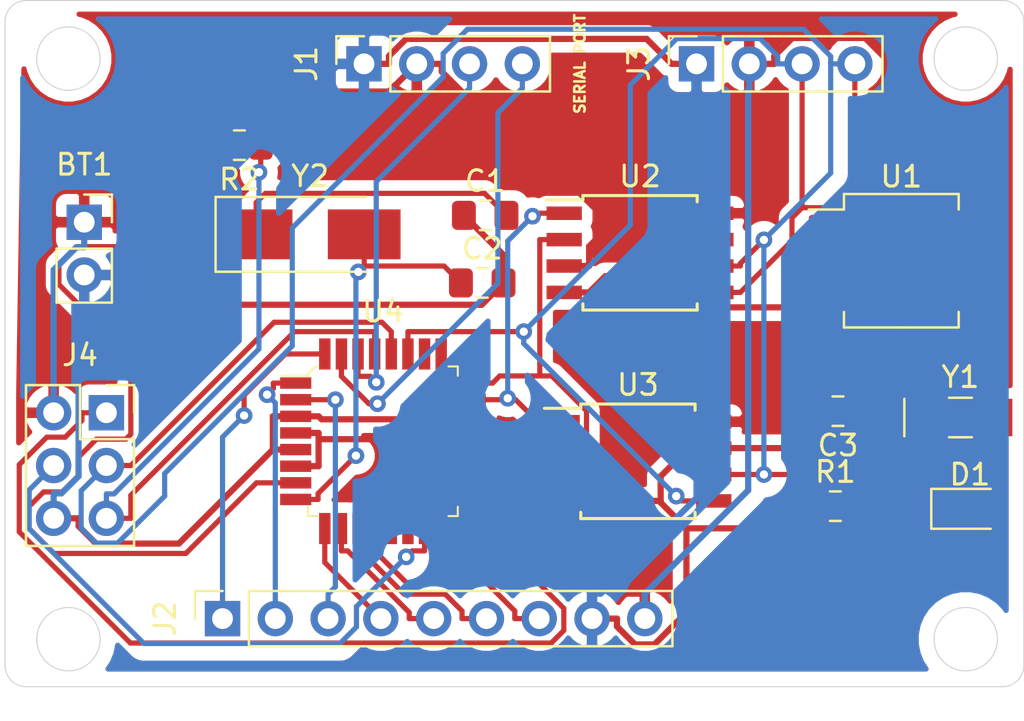
<source format=kicad_pcb>
(kicad_pcb (version 20171130) (host pcbnew "(5.1.6)-1")

  (general
    (thickness 1.6)
    (drawings 12)
    (tracks 345)
    (zones 0)
    (modules 17)
    (nets 32)
  )

  (page A4)
  (title_block
    (title "ARDUINO BACEE ")
    (date 2020-08-19)
    (rev 3)
    (company "RVD INDUSTRIES")
    (comment 1 VICKY)
  )

  (layers
    (0 F.Cu signal)
    (31 B.Cu mixed)
    (32 B.Adhes user)
    (33 F.Adhes user)
    (34 B.Paste user)
    (35 F.Paste user)
    (36 B.SilkS user)
    (37 F.SilkS user)
    (38 B.Mask user)
    (39 F.Mask user)
    (40 Dwgs.User user)
    (41 Cmts.User user)
    (42 Eco1.User user)
    (43 Eco2.User user)
    (44 Edge.Cuts user)
    (45 Margin user)
    (46 B.CrtYd user)
    (47 F.CrtYd user)
    (48 B.Fab user)
    (49 F.Fab user)
  )

  (setup
    (last_trace_width 0.25)
    (user_trace_width 0.3)
    (trace_clearance 0.2)
    (zone_clearance 0.508)
    (zone_45_only no)
    (trace_min 0.2)
    (via_size 0.8)
    (via_drill 0.4)
    (via_min_size 0.4)
    (via_min_drill 0.3)
    (user_via 1 0.6)
    (uvia_size 0.3)
    (uvia_drill 0.1)
    (uvias_allowed no)
    (uvia_min_size 0.2)
    (uvia_min_drill 0.1)
    (edge_width 0.05)
    (segment_width 0.2)
    (pcb_text_width 0.3)
    (pcb_text_size 1.5 1.5)
    (mod_edge_width 0.12)
    (mod_text_size 1 1)
    (mod_text_width 0.15)
    (pad_size 1.524 1.524)
    (pad_drill 0.762)
    (pad_to_mask_clearance 0.05)
    (aux_axis_origin 0 0)
    (visible_elements 7FFFFFFF)
    (pcbplotparams
      (layerselection 0x010fc_ffffffff)
      (usegerberextensions false)
      (usegerberattributes true)
      (usegerberadvancedattributes true)
      (creategerberjobfile true)
      (excludeedgelayer true)
      (linewidth 0.100000)
      (plotframeref false)
      (viasonmask false)
      (mode 1)
      (useauxorigin false)
      (hpglpennumber 1)
      (hpglpenspeed 20)
      (hpglpendiameter 15.000000)
      (psnegative false)
      (psa4output false)
      (plotreference true)
      (plotvalue true)
      (plotinvisibletext false)
      (padsonsilk false)
      (subtractmaskfromsilk false)
      (outputformat 1)
      (mirror false)
      (drillshape 1)
      (scaleselection 1)
      (outputdirectory ""))
  )

  (net 0 "")
  (net 1 /VCC)
  (net 2 GNDPWR)
  (net 3 "Net-(C1-Pad2)")
  (net 4 "Net-(C2-Pad1)")
  (net 5 "Net-(D1-Pad1)")
  (net 6 /SCL)
  (net 7 /RX)
  (net 8 /TX)
  (net 9 /D2)
  (net 10 /D3)
  (net 11 /D4)
  (net 12 /D5)
  (net 13 /D6)
  (net 14 /D7)
  (net 15 /D8)
  (net 16 /SDA)
  (net 17 /MISO)
  (net 18 /MOSI)
  (net 19 /RESET)
  (net 20 "Net-(U1-Pad2)")
  (net 21 "Net-(U1-Pad1)")
  (net 22 "Net-(U1-Pad7)")
  (net 23 /ADDS1)
  (net 24 /ADDS2)
  (net 25 "Net-(U4-Pad13)")
  (net 26 "Net-(U4-Pad14)")
  (net 27 "Net-(U4-Pad17)")
  (net 28 "Net-(U4-Pad19)")
  (net 29 "Net-(U4-Pad22)")
  (net 30 "Net-(U4-Pad25)")
  (net 31 "Net-(U4-Pad26)")

  (net_class Default "This is the default net class."
    (clearance 0.2)
    (trace_width 0.25)
    (via_dia 0.8)
    (via_drill 0.4)
    (uvia_dia 0.3)
    (uvia_drill 0.1)
    (add_net /ADDS1)
    (add_net /ADDS2)
    (add_net /D2)
    (add_net /D3)
    (add_net /D4)
    (add_net /D5)
    (add_net /D6)
    (add_net /D7)
    (add_net /D8)
    (add_net /MISO)
    (add_net /MOSI)
    (add_net /RESET)
    (add_net /RX)
    (add_net /SCL)
    (add_net /SDA)
    (add_net /TX)
    (add_net "Net-(C1-Pad2)")
    (add_net "Net-(C2-Pad1)")
    (add_net "Net-(D1-Pad1)")
    (add_net "Net-(U1-Pad1)")
    (add_net "Net-(U1-Pad2)")
    (add_net "Net-(U1-Pad7)")
    (add_net "Net-(U4-Pad13)")
    (add_net "Net-(U4-Pad14)")
    (add_net "Net-(U4-Pad17)")
    (add_net "Net-(U4-Pad19)")
    (add_net "Net-(U4-Pad22)")
    (add_net "Net-(U4-Pad25)")
    (add_net "Net-(U4-Pad26)")
  )

  (net_class power ""
    (clearance 0.2)
    (trace_width 0.3)
    (via_dia 1)
    (via_drill 0.6)
    (uvia_dia 0.3)
    (uvia_drill 0.1)
    (add_net /VCC)
    (add_net GNDPWR)
  )

  (module Package_SO:SO-8_5.3x6.2mm_P1.27mm (layer F.Cu) (tedit 5EA5315B) (tstamp 5F3D4931)
    (at 104.089 117.424)
    (descr "SO, 8 Pin (https://www.ti.com/lit/ml/msop001a/msop001a.pdf), generated with kicad-footprint-generator ipc_gullwing_generator.py")
    (tags "SO SO")
    (path /5F3BF2BF)
    (attr smd)
    (fp_text reference U1 (at 0 -4.05) (layer F.SilkS)
      (effects (font (size 1 1) (thickness 0.15)))
    )
    (fp_text value DS1337S+ (at 0 4.05) (layer F.Fab)
      (effects (font (size 1 1) (thickness 0.15)))
    )
    (fp_line (start 0 3.21) (end 2.76 3.21) (layer F.SilkS) (width 0.12))
    (fp_line (start 2.76 3.21) (end 2.76 2.465) (layer F.SilkS) (width 0.12))
    (fp_line (start 0 3.21) (end -2.76 3.21) (layer F.SilkS) (width 0.12))
    (fp_line (start -2.76 3.21) (end -2.76 2.465) (layer F.SilkS) (width 0.12))
    (fp_line (start 0 -3.21) (end 2.76 -3.21) (layer F.SilkS) (width 0.12))
    (fp_line (start 2.76 -3.21) (end 2.76 -2.465) (layer F.SilkS) (width 0.12))
    (fp_line (start 0 -3.21) (end -2.76 -3.21) (layer F.SilkS) (width 0.12))
    (fp_line (start -2.76 -3.21) (end -2.76 -2.465) (layer F.SilkS) (width 0.12))
    (fp_line (start -2.76 -2.465) (end -4.45 -2.465) (layer F.SilkS) (width 0.12))
    (fp_line (start -1.65 -3.1) (end 2.65 -3.1) (layer F.Fab) (width 0.1))
    (fp_line (start 2.65 -3.1) (end 2.65 3.1) (layer F.Fab) (width 0.1))
    (fp_line (start 2.65 3.1) (end -2.65 3.1) (layer F.Fab) (width 0.1))
    (fp_line (start -2.65 3.1) (end -2.65 -2.1) (layer F.Fab) (width 0.1))
    (fp_line (start -2.65 -2.1) (end -1.65 -3.1) (layer F.Fab) (width 0.1))
    (fp_line (start -4.7 -3.35) (end -4.7 3.35) (layer F.CrtYd) (width 0.05))
    (fp_line (start -4.7 3.35) (end 4.7 3.35) (layer F.CrtYd) (width 0.05))
    (fp_line (start 4.7 3.35) (end 4.7 -3.35) (layer F.CrtYd) (width 0.05))
    (fp_line (start 4.7 -3.35) (end -4.7 -3.35) (layer F.CrtYd) (width 0.05))
    (fp_text user %R (at 0 0) (layer F.Fab)
      (effects (font (size 1 1) (thickness 0.15)))
    )
    (pad 8 smd roundrect (at 3.5 -1.905) (size 1.9 0.6) (layers F.Cu F.Paste F.Mask) (roundrect_rratio 0.25)
      (net 1 /VCC))
    (pad 7 smd roundrect (at 3.5 -0.635) (size 1.9 0.6) (layers F.Cu F.Paste F.Mask) (roundrect_rratio 0.25)
      (net 22 "Net-(U1-Pad7)"))
    (pad 6 smd roundrect (at 3.5 0.635) (size 1.9 0.6) (layers F.Cu F.Paste F.Mask) (roundrect_rratio 0.25)
      (net 6 /SCL))
    (pad 5 smd roundrect (at 3.5 1.905) (size 1.9 0.6) (layers F.Cu F.Paste F.Mask) (roundrect_rratio 0.25)
      (net 16 /SDA))
    (pad 4 smd roundrect (at -3.5 1.905) (size 1.9 0.6) (layers F.Cu F.Paste F.Mask) (roundrect_rratio 0.25)
      (net 2 GNDPWR))
    (pad 3 smd roundrect (at -3.5 0.635) (size 1.9 0.6) (layers F.Cu F.Paste F.Mask) (roundrect_rratio 0.25))
    (pad 2 smd roundrect (at -3.5 -0.635) (size 1.9 0.6) (layers F.Cu F.Paste F.Mask) (roundrect_rratio 0.25)
      (net 20 "Net-(U1-Pad2)"))
    (pad 1 smd roundrect (at -3.5 -1.905) (size 1.9 0.6) (layers F.Cu F.Paste F.Mask) (roundrect_rratio 0.25)
      (net 21 "Net-(U1-Pad1)"))
    (model ${KISYS3DMOD}/Package_SO.3dshapes/SO-8_5.3x6.2mm_P1.27mm.wrl
      (at (xyz 0 0 0))
      (scale (xyz 1 1 1))
      (rotate (xyz 0 0 0))
    )
  )

  (module Connector_PinSocket_2.54mm:PinSocket_1x02_P2.54mm_Vertical (layer F.Cu) (tedit 5A19A420) (tstamp 5F3DE986)
    (at 64.77 115.57)
    (descr "Through hole straight socket strip, 1x02, 2.54mm pitch, single row (from Kicad 4.0.7), script generated")
    (tags "Through hole socket strip THT 1x02 2.54mm single row")
    (path /5F3B390F)
    (fp_text reference BT1 (at 0 -2.77) (layer F.SilkS)
      (effects (font (size 1 1) (thickness 0.15)))
    )
    (fp_text value "Battery 3V" (at 0 5.31) (layer F.Fab)
      (effects (font (size 1 1) (thickness 0.15)))
    )
    (fp_line (start -1.27 -1.27) (end 0.635 -1.27) (layer F.Fab) (width 0.1))
    (fp_line (start 0.635 -1.27) (end 1.27 -0.635) (layer F.Fab) (width 0.1))
    (fp_line (start 1.27 -0.635) (end 1.27 3.81) (layer F.Fab) (width 0.1))
    (fp_line (start 1.27 3.81) (end -1.27 3.81) (layer F.Fab) (width 0.1))
    (fp_line (start -1.27 3.81) (end -1.27 -1.27) (layer F.Fab) (width 0.1))
    (fp_line (start -1.33 1.27) (end 1.33 1.27) (layer F.SilkS) (width 0.12))
    (fp_line (start -1.33 1.27) (end -1.33 3.87) (layer F.SilkS) (width 0.12))
    (fp_line (start -1.33 3.87) (end 1.33 3.87) (layer F.SilkS) (width 0.12))
    (fp_line (start 1.33 1.27) (end 1.33 3.87) (layer F.SilkS) (width 0.12))
    (fp_line (start 1.33 -1.33) (end 1.33 0) (layer F.SilkS) (width 0.12))
    (fp_line (start 0 -1.33) (end 1.33 -1.33) (layer F.SilkS) (width 0.12))
    (fp_line (start -1.8 -1.8) (end 1.75 -1.8) (layer F.CrtYd) (width 0.05))
    (fp_line (start 1.75 -1.8) (end 1.75 4.3) (layer F.CrtYd) (width 0.05))
    (fp_line (start 1.75 4.3) (end -1.8 4.3) (layer F.CrtYd) (width 0.05))
    (fp_line (start -1.8 4.3) (end -1.8 -1.8) (layer F.CrtYd) (width 0.05))
    (fp_text user %R (at 0 1.27 90) (layer F.Fab)
      (effects (font (size 1 1) (thickness 0.15)))
    )
    (pad 1 thru_hole rect (at 0 0) (size 1.7 1.7) (drill 1) (layers *.Cu *.Mask)
      (net 1 /VCC))
    (pad 2 thru_hole oval (at 0 2.54) (size 1.7 1.7) (drill 1) (layers *.Cu *.Mask)
      (net 2 GNDPWR))
    (model ${KISYS3DMOD}/Connector_PinSocket_2.54mm.3dshapes/PinSocket_1x02_P2.54mm_Vertical.wrl
      (at (xyz 0 0 0))
      (scale (xyz 1 1 1))
      (rotate (xyz 0 0 0))
    )
  )

  (module Capacitor_SMD:C_0805_2012Metric_Pad1.15x1.40mm_HandSolder (layer F.Cu) (tedit 5B36C52B) (tstamp 5F3D484D)
    (at 84.065 115.24)
    (descr "Capacitor SMD 0805 (2012 Metric), square (rectangular) end terminal, IPC_7351 nominal with elongated pad for handsoldering. (Body size source: https://docs.google.com/spreadsheets/d/1BsfQQcO9C6DZCsRaXUlFlo91Tg2WpOkGARC1WS5S8t0/edit?usp=sharing), generated with kicad-footprint-generator")
    (tags "capacitor handsolder")
    (path /5F3B4421)
    (attr smd)
    (fp_text reference C1 (at 0 -1.65) (layer F.SilkS)
      (effects (font (size 1 1) (thickness 0.15)))
    )
    (fp_text value "22PICO FARAD" (at 0 1.65) (layer F.Fab)
      (effects (font (size 1 1) (thickness 0.15)))
    )
    (fp_line (start -1 0.6) (end -1 -0.6) (layer F.Fab) (width 0.1))
    (fp_line (start -1 -0.6) (end 1 -0.6) (layer F.Fab) (width 0.1))
    (fp_line (start 1 -0.6) (end 1 0.6) (layer F.Fab) (width 0.1))
    (fp_line (start 1 0.6) (end -1 0.6) (layer F.Fab) (width 0.1))
    (fp_line (start -0.261252 -0.71) (end 0.261252 -0.71) (layer F.SilkS) (width 0.12))
    (fp_line (start -0.261252 0.71) (end 0.261252 0.71) (layer F.SilkS) (width 0.12))
    (fp_line (start -1.85 0.95) (end -1.85 -0.95) (layer F.CrtYd) (width 0.05))
    (fp_line (start -1.85 -0.95) (end 1.85 -0.95) (layer F.CrtYd) (width 0.05))
    (fp_line (start 1.85 -0.95) (end 1.85 0.95) (layer F.CrtYd) (width 0.05))
    (fp_line (start 1.85 0.95) (end -1.85 0.95) (layer F.CrtYd) (width 0.05))
    (fp_text user %R (at 0 0) (layer F.Fab)
      (effects (font (size 0.5 0.5) (thickness 0.08)))
    )
    (pad 1 smd roundrect (at -1.025 0) (size 1.15 1.4) (layers F.Cu F.Paste F.Mask) (roundrect_rratio 0.217391)
      (net 2 GNDPWR))
    (pad 2 smd roundrect (at 1.025 0) (size 1.15 1.4) (layers F.Cu F.Paste F.Mask) (roundrect_rratio 0.217391)
      (net 3 "Net-(C1-Pad2)"))
    (model ${KISYS3DMOD}/Capacitor_SMD.3dshapes/C_0805_2012Metric.wrl
      (at (xyz 0 0 0))
      (scale (xyz 1 1 1))
      (rotate (xyz 0 0 0))
    )
  )

  (module Capacitor_SMD:C_0805_2012Metric_Pad1.15x1.40mm_HandSolder (layer F.Cu) (tedit 5B36C52B) (tstamp 5F3D485E)
    (at 83.9216 118.491)
    (descr "Capacitor SMD 0805 (2012 Metric), square (rectangular) end terminal, IPC_7351 nominal with elongated pad for handsoldering. (Body size source: https://docs.google.com/spreadsheets/d/1BsfQQcO9C6DZCsRaXUlFlo91Tg2WpOkGARC1WS5S8t0/edit?usp=sharing), generated with kicad-footprint-generator")
    (tags "capacitor handsolder")
    (path /5F3B4A3F)
    (attr smd)
    (fp_text reference C2 (at 0 -1.65) (layer F.SilkS)
      (effects (font (size 1 1) (thickness 0.15)))
    )
    (fp_text value "22PICO FARAD" (at 0 1.65) (layer F.Fab)
      (effects (font (size 1 1) (thickness 0.15)))
    )
    (fp_line (start 1.85 0.95) (end -1.85 0.95) (layer F.CrtYd) (width 0.05))
    (fp_line (start 1.85 -0.95) (end 1.85 0.95) (layer F.CrtYd) (width 0.05))
    (fp_line (start -1.85 -0.95) (end 1.85 -0.95) (layer F.CrtYd) (width 0.05))
    (fp_line (start -1.85 0.95) (end -1.85 -0.95) (layer F.CrtYd) (width 0.05))
    (fp_line (start -0.261252 0.71) (end 0.261252 0.71) (layer F.SilkS) (width 0.12))
    (fp_line (start -0.261252 -0.71) (end 0.261252 -0.71) (layer F.SilkS) (width 0.12))
    (fp_line (start 1 0.6) (end -1 0.6) (layer F.Fab) (width 0.1))
    (fp_line (start 1 -0.6) (end 1 0.6) (layer F.Fab) (width 0.1))
    (fp_line (start -1 -0.6) (end 1 -0.6) (layer F.Fab) (width 0.1))
    (fp_line (start -1 0.6) (end -1 -0.6) (layer F.Fab) (width 0.1))
    (fp_text user %R (at 0 0) (layer F.Fab)
      (effects (font (size 0.5 0.5) (thickness 0.08)))
    )
    (pad 2 smd roundrect (at 1.025 0) (size 1.15 1.4) (layers F.Cu F.Paste F.Mask) (roundrect_rratio 0.217391)
      (net 2 GNDPWR))
    (pad 1 smd roundrect (at -1.025 0) (size 1.15 1.4) (layers F.Cu F.Paste F.Mask) (roundrect_rratio 0.217391)
      (net 4 "Net-(C2-Pad1)"))
    (model ${KISYS3DMOD}/Capacitor_SMD.3dshapes/C_0805_2012Metric.wrl
      (at (xyz 0 0 0))
      (scale (xyz 1 1 1))
      (rotate (xyz 0 0 0))
    )
  )

  (module Capacitor_SMD:C_0805_2012Metric_Pad1.15x1.40mm_HandSolder (layer F.Cu) (tedit 5B36C52B) (tstamp 5F3D486F)
    (at 101.041 124.663 180)
    (descr "Capacitor SMD 0805 (2012 Metric), square (rectangular) end terminal, IPC_7351 nominal with elongated pad for handsoldering. (Body size source: https://docs.google.com/spreadsheets/d/1BsfQQcO9C6DZCsRaXUlFlo91Tg2WpOkGARC1WS5S8t0/edit?usp=sharing), generated with kicad-footprint-generator")
    (tags "capacitor handsolder")
    (path /5F3B537F)
    (attr smd)
    (fp_text reference C3 (at 0 -1.65) (layer F.SilkS)
      (effects (font (size 1 1) (thickness 0.15)))
    )
    (fp_text value "10MICRO FARAD" (at 0 1.65) (layer F.Fab)
      (effects (font (size 1 1) (thickness 0.15)))
    )
    (fp_line (start -1 0.6) (end -1 -0.6) (layer F.Fab) (width 0.1))
    (fp_line (start -1 -0.6) (end 1 -0.6) (layer F.Fab) (width 0.1))
    (fp_line (start 1 -0.6) (end 1 0.6) (layer F.Fab) (width 0.1))
    (fp_line (start 1 0.6) (end -1 0.6) (layer F.Fab) (width 0.1))
    (fp_line (start -0.261252 -0.71) (end 0.261252 -0.71) (layer F.SilkS) (width 0.12))
    (fp_line (start -0.261252 0.71) (end 0.261252 0.71) (layer F.SilkS) (width 0.12))
    (fp_line (start -1.85 0.95) (end -1.85 -0.95) (layer F.CrtYd) (width 0.05))
    (fp_line (start -1.85 -0.95) (end 1.85 -0.95) (layer F.CrtYd) (width 0.05))
    (fp_line (start 1.85 -0.95) (end 1.85 0.95) (layer F.CrtYd) (width 0.05))
    (fp_line (start 1.85 0.95) (end -1.85 0.95) (layer F.CrtYd) (width 0.05))
    (fp_text user %R (at 0 0) (layer F.Fab)
      (effects (font (size 0.5 0.5) (thickness 0.08)))
    )
    (pad 1 smd roundrect (at -1.025 0 180) (size 1.15 1.4) (layers F.Cu F.Paste F.Mask) (roundrect_rratio 0.217391)
      (net 1 /VCC))
    (pad 2 smd roundrect (at 1.025 0 180) (size 1.15 1.4) (layers F.Cu F.Paste F.Mask) (roundrect_rratio 0.217391)
      (net 2 GNDPWR))
    (model ${KISYS3DMOD}/Capacitor_SMD.3dshapes/C_0805_2012Metric.wrl
      (at (xyz 0 0 0))
      (scale (xyz 1 1 1))
      (rotate (xyz 0 0 0))
    )
  )

  (module LED_SMD:LED_0805_2012Metric_Pad1.15x1.40mm_HandSolder (layer F.Cu) (tedit 5B4B45C9) (tstamp 5F3D4882)
    (at 107.391 129.362)
    (descr "LED SMD 0805 (2012 Metric), square (rectangular) end terminal, IPC_7351 nominal, (Body size source: https://docs.google.com/spreadsheets/d/1BsfQQcO9C6DZCsRaXUlFlo91Tg2WpOkGARC1WS5S8t0/edit?usp=sharing), generated with kicad-footprint-generator")
    (tags "LED handsolder")
    (path /5F3B6541)
    (attr smd)
    (fp_text reference D1 (at 0 -1.65) (layer F.SilkS)
      (effects (font (size 1 1) (thickness 0.15)))
    )
    (fp_text value LED (at 0 1.65) (layer F.Fab)
      (effects (font (size 1 1) (thickness 0.15)))
    )
    (fp_line (start 1 -0.6) (end -0.7 -0.6) (layer F.Fab) (width 0.1))
    (fp_line (start -0.7 -0.6) (end -1 -0.3) (layer F.Fab) (width 0.1))
    (fp_line (start -1 -0.3) (end -1 0.6) (layer F.Fab) (width 0.1))
    (fp_line (start -1 0.6) (end 1 0.6) (layer F.Fab) (width 0.1))
    (fp_line (start 1 0.6) (end 1 -0.6) (layer F.Fab) (width 0.1))
    (fp_line (start 1 -0.96) (end -1.86 -0.96) (layer F.SilkS) (width 0.12))
    (fp_line (start -1.86 -0.96) (end -1.86 0.96) (layer F.SilkS) (width 0.12))
    (fp_line (start -1.86 0.96) (end 1 0.96) (layer F.SilkS) (width 0.12))
    (fp_line (start -1.85 0.95) (end -1.85 -0.95) (layer F.CrtYd) (width 0.05))
    (fp_line (start -1.85 -0.95) (end 1.85 -0.95) (layer F.CrtYd) (width 0.05))
    (fp_line (start 1.85 -0.95) (end 1.85 0.95) (layer F.CrtYd) (width 0.05))
    (fp_line (start 1.85 0.95) (end -1.85 0.95) (layer F.CrtYd) (width 0.05))
    (fp_text user %R (at 0 0) (layer F.Fab)
      (effects (font (size 0.5 0.5) (thickness 0.08)))
    )
    (pad 1 smd roundrect (at -1.025 0) (size 1.15 1.4) (layers F.Cu F.Paste F.Mask) (roundrect_rratio 0.217391)
      (net 5 "Net-(D1-Pad1)"))
    (pad 2 smd roundrect (at 1.025 0) (size 1.15 1.4) (layers F.Cu F.Paste F.Mask) (roundrect_rratio 0.217391)
      (net 6 /SCL))
    (model ${KISYS3DMOD}/LED_SMD.3dshapes/LED_0805_2012Metric.wrl
      (at (xyz 0 0 0))
      (scale (xyz 1 1 1))
      (rotate (xyz 0 0 0))
    )
  )

  (module Connector_PinSocket_2.54mm:PinSocket_1x04_P2.54mm_Vertical (layer F.Cu) (tedit 5A19A429) (tstamp 5F3D489A)
    (at 78.232 107.95 90)
    (descr "Through hole straight socket strip, 1x04, 2.54mm pitch, single row (from Kicad 4.0.7), script generated")
    (tags "Through hole socket strip THT 1x04 2.54mm single row")
    (path /5F3B9240/5F3BB655)
    (fp_text reference J1 (at 0 -2.77 90) (layer F.SilkS)
      (effects (font (size 1 1) (thickness 0.15)))
    )
    (fp_text value "SERIAL PORT" (at 0 10.39 90) (layer F.SilkS)
      (effects (font (size 0.5 0.5) (thickness 0.125)))
    )
    (fp_line (start -1.27 -1.27) (end 0.635 -1.27) (layer F.Fab) (width 0.1))
    (fp_line (start 0.635 -1.27) (end 1.27 -0.635) (layer F.Fab) (width 0.1))
    (fp_line (start 1.27 -0.635) (end 1.27 8.89) (layer F.Fab) (width 0.1))
    (fp_line (start 1.27 8.89) (end -1.27 8.89) (layer F.Fab) (width 0.1))
    (fp_line (start -1.27 8.89) (end -1.27 -1.27) (layer F.Fab) (width 0.1))
    (fp_line (start -1.33 1.27) (end 1.33 1.27) (layer F.SilkS) (width 0.12))
    (fp_line (start -1.33 1.27) (end -1.33 8.95) (layer F.SilkS) (width 0.12))
    (fp_line (start -1.33 8.95) (end 1.33 8.95) (layer F.SilkS) (width 0.12))
    (fp_line (start 1.33 1.27) (end 1.33 8.95) (layer F.SilkS) (width 0.12))
    (fp_line (start 1.33 -1.33) (end 1.33 0) (layer F.SilkS) (width 0.12))
    (fp_line (start 0 -1.33) (end 1.33 -1.33) (layer F.SilkS) (width 0.12))
    (fp_line (start -1.8 -1.8) (end 1.75 -1.8) (layer F.CrtYd) (width 0.05))
    (fp_line (start 1.75 -1.8) (end 1.75 9.4) (layer F.CrtYd) (width 0.05))
    (fp_line (start 1.75 9.4) (end -1.8 9.4) (layer F.CrtYd) (width 0.05))
    (fp_line (start -1.8 9.4) (end -1.8 -1.8) (layer F.CrtYd) (width 0.05))
    (fp_text user %R (at 0 3.81) (layer F.Fab)
      (effects (font (size 1 1) (thickness 0.15)))
    )
    (pad 1 thru_hole rect (at 0 0 90) (size 1.7 1.7) (drill 1) (layers *.Cu *.Mask)
      (net 2 GNDPWR))
    (pad 2 thru_hole oval (at 0 2.54 90) (size 1.7 1.7) (drill 1) (layers *.Cu *.Mask)
      (net 1 /VCC))
    (pad 3 thru_hole oval (at 0 5.08 90) (size 1.7 1.7) (drill 1) (layers *.Cu *.Mask)
      (net 7 /RX))
    (pad 4 thru_hole oval (at 0 7.62 90) (size 1.7 1.7) (drill 1) (layers *.Cu *.Mask)
      (net 8 /TX))
    (model ${KISYS3DMOD}/Connector_PinSocket_2.54mm.3dshapes/PinSocket_1x04_P2.54mm_Vertical.wrl
      (at (xyz 0 0 0))
      (scale (xyz 1 1 1))
      (rotate (xyz 0 0 0))
    )
  )

  (module Connector_PinSocket_2.54mm:PinSocket_1x09_P2.54mm_Vertical (layer F.Cu) (tedit 5A19A431) (tstamp 5F3D48B7)
    (at 71.4248 134.645 90)
    (descr "Through hole straight socket strip, 1x09, 2.54mm pitch, single row (from Kicad 4.0.7), script generated")
    (tags "Through hole socket strip THT 1x09 2.54mm single row")
    (path /5F3B9240/5F3B9969)
    (fp_text reference J2 (at 0 -2.77 90) (layer F.SilkS)
      (effects (font (size 1 1) (thickness 0.15)))
    )
    (fp_text value "DIGITAL PINS" (at 0 23.09 90) (layer F.Fab)
      (effects (font (size 1 1) (thickness 0.15)))
    )
    (fp_line (start -1.27 -1.27) (end 0.635 -1.27) (layer F.Fab) (width 0.1))
    (fp_line (start 0.635 -1.27) (end 1.27 -0.635) (layer F.Fab) (width 0.1))
    (fp_line (start 1.27 -0.635) (end 1.27 21.59) (layer F.Fab) (width 0.1))
    (fp_line (start 1.27 21.59) (end -1.27 21.59) (layer F.Fab) (width 0.1))
    (fp_line (start -1.27 21.59) (end -1.27 -1.27) (layer F.Fab) (width 0.1))
    (fp_line (start -1.33 1.27) (end 1.33 1.27) (layer F.SilkS) (width 0.12))
    (fp_line (start -1.33 1.27) (end -1.33 21.65) (layer F.SilkS) (width 0.12))
    (fp_line (start -1.33 21.65) (end 1.33 21.65) (layer F.SilkS) (width 0.12))
    (fp_line (start 1.33 1.27) (end 1.33 21.65) (layer F.SilkS) (width 0.12))
    (fp_line (start 1.33 -1.33) (end 1.33 0) (layer F.SilkS) (width 0.12))
    (fp_line (start 0 -1.33) (end 1.33 -1.33) (layer F.SilkS) (width 0.12))
    (fp_line (start -1.8 -1.8) (end 1.75 -1.8) (layer F.CrtYd) (width 0.05))
    (fp_line (start 1.75 -1.8) (end 1.75 22.1) (layer F.CrtYd) (width 0.05))
    (fp_line (start 1.75 22.1) (end -1.8 22.1) (layer F.CrtYd) (width 0.05))
    (fp_line (start -1.8 22.1) (end -1.8 -1.8) (layer F.CrtYd) (width 0.05))
    (fp_text user %R (at 0 10.16) (layer F.Fab)
      (effects (font (size 1 1) (thickness 0.15)))
    )
    (pad 1 thru_hole rect (at 0 0 90) (size 1.7 1.7) (drill 1) (layers *.Cu *.Mask)
      (net 9 /D2))
    (pad 2 thru_hole oval (at 0 2.54 90) (size 1.7 1.7) (drill 1) (layers *.Cu *.Mask)
      (net 10 /D3))
    (pad 3 thru_hole oval (at 0 5.08 90) (size 1.7 1.7) (drill 1) (layers *.Cu *.Mask)
      (net 11 /D4))
    (pad 4 thru_hole oval (at 0 7.62 90) (size 1.7 1.7) (drill 1) (layers *.Cu *.Mask)
      (net 12 /D5))
    (pad 5 thru_hole oval (at 0 10.16 90) (size 1.7 1.7) (drill 1) (layers *.Cu *.Mask)
      (net 13 /D6))
    (pad 6 thru_hole oval (at 0 12.7 90) (size 1.7 1.7) (drill 1) (layers *.Cu *.Mask)
      (net 14 /D7))
    (pad 7 thru_hole oval (at 0 15.24 90) (size 1.7 1.7) (drill 1) (layers *.Cu *.Mask)
      (net 15 /D8))
    (pad 8 thru_hole oval (at 0 17.78 90) (size 1.7 1.7) (drill 1) (layers *.Cu *.Mask)
      (net 2 GNDPWR))
    (pad 9 thru_hole oval (at 0 20.32 90) (size 1.7 1.7) (drill 1) (layers *.Cu *.Mask)
      (net 1 /VCC))
    (model ${KISYS3DMOD}/Connector_PinSocket_2.54mm.3dshapes/PinSocket_1x09_P2.54mm_Vertical.wrl
      (at (xyz 0 0 0))
      (scale (xyz 1 1 1))
      (rotate (xyz 0 0 0))
    )
  )

  (module Connector_PinSocket_2.54mm:PinSocket_1x04_P2.54mm_Vertical (layer F.Cu) (tedit 5A19A429) (tstamp 5F3D48CF)
    (at 94.234 107.95 90)
    (descr "Through hole straight socket strip, 1x04, 2.54mm pitch, single row (from Kicad 4.0.7), script generated")
    (tags "Through hole socket strip THT 1x04 2.54mm single row")
    (path /5F3B9240/5F3BA382)
    (fp_text reference J3 (at 0 -2.77 90) (layer F.SilkS)
      (effects (font (size 1 1) (thickness 0.15)))
    )
    (fp_text value I2C (at 0 10.39 90) (layer F.Fab)
      (effects (font (size 1 1) (thickness 0.15)))
    )
    (fp_line (start -1.8 9.4) (end -1.8 -1.8) (layer F.CrtYd) (width 0.05))
    (fp_line (start 1.75 9.4) (end -1.8 9.4) (layer F.CrtYd) (width 0.05))
    (fp_line (start 1.75 -1.8) (end 1.75 9.4) (layer F.CrtYd) (width 0.05))
    (fp_line (start -1.8 -1.8) (end 1.75 -1.8) (layer F.CrtYd) (width 0.05))
    (fp_line (start 0 -1.33) (end 1.33 -1.33) (layer F.SilkS) (width 0.12))
    (fp_line (start 1.33 -1.33) (end 1.33 0) (layer F.SilkS) (width 0.12))
    (fp_line (start 1.33 1.27) (end 1.33 8.95) (layer F.SilkS) (width 0.12))
    (fp_line (start -1.33 8.95) (end 1.33 8.95) (layer F.SilkS) (width 0.12))
    (fp_line (start -1.33 1.27) (end -1.33 8.95) (layer F.SilkS) (width 0.12))
    (fp_line (start -1.33 1.27) (end 1.33 1.27) (layer F.SilkS) (width 0.12))
    (fp_line (start -1.27 8.89) (end -1.27 -1.27) (layer F.Fab) (width 0.1))
    (fp_line (start 1.27 8.89) (end -1.27 8.89) (layer F.Fab) (width 0.1))
    (fp_line (start 1.27 -0.635) (end 1.27 8.89) (layer F.Fab) (width 0.1))
    (fp_line (start 0.635 -1.27) (end 1.27 -0.635) (layer F.Fab) (width 0.1))
    (fp_line (start -1.27 -1.27) (end 0.635 -1.27) (layer F.Fab) (width 0.1))
    (fp_text user %R (at 0 3.81) (layer F.Fab)
      (effects (font (size 1 1) (thickness 0.15)))
    )
    (pad 4 thru_hole oval (at 0 7.62 90) (size 1.7 1.7) (drill 1) (layers *.Cu *.Mask)
      (net 6 /SCL))
    (pad 3 thru_hole oval (at 0 5.08 90) (size 1.7 1.7) (drill 1) (layers *.Cu *.Mask)
      (net 16 /SDA))
    (pad 2 thru_hole oval (at 0 2.54 90) (size 1.7 1.7) (drill 1) (layers *.Cu *.Mask)
      (net 1 /VCC))
    (pad 1 thru_hole rect (at 0 0 90) (size 1.7 1.7) (drill 1) (layers *.Cu *.Mask)
      (net 2 GNDPWR))
    (model ${KISYS3DMOD}/Connector_PinSocket_2.54mm.3dshapes/PinSocket_1x04_P2.54mm_Vertical.wrl
      (at (xyz 0 0 0))
      (scale (xyz 1 1 1))
      (rotate (xyz 0 0 0))
    )
  )

  (module Connector_PinSocket_2.54mm:PinSocket_2x03_P2.54mm_Vertical (layer F.Cu) (tedit 5A19A425) (tstamp 5F3DD611)
    (at 65.8368 124.739)
    (descr "Through hole straight socket strip, 2x03, 2.54mm pitch, double cols (from Kicad 4.0.7), script generated")
    (tags "Through hole socket strip THT 2x03 2.54mm double row")
    (path /5F3B9240/5F3BAC4D)
    (fp_text reference J4 (at -1.27 -2.77) (layer F.SilkS)
      (effects (font (size 1 1) (thickness 0.15)))
    )
    (fp_text value "ICSP " (at -1.27 7.85) (layer F.Fab)
      (effects (font (size 1 1) (thickness 0.15)))
    )
    (fp_line (start -3.81 -1.27) (end 0.27 -1.27) (layer F.Fab) (width 0.1))
    (fp_line (start 0.27 -1.27) (end 1.27 -0.27) (layer F.Fab) (width 0.1))
    (fp_line (start 1.27 -0.27) (end 1.27 6.35) (layer F.Fab) (width 0.1))
    (fp_line (start 1.27 6.35) (end -3.81 6.35) (layer F.Fab) (width 0.1))
    (fp_line (start -3.81 6.35) (end -3.81 -1.27) (layer F.Fab) (width 0.1))
    (fp_line (start -3.87 -1.33) (end -1.27 -1.33) (layer F.SilkS) (width 0.12))
    (fp_line (start -3.87 -1.33) (end -3.87 6.41) (layer F.SilkS) (width 0.12))
    (fp_line (start -3.87 6.41) (end 1.33 6.41) (layer F.SilkS) (width 0.12))
    (fp_line (start 1.33 1.27) (end 1.33 6.41) (layer F.SilkS) (width 0.12))
    (fp_line (start -1.27 1.27) (end 1.33 1.27) (layer F.SilkS) (width 0.12))
    (fp_line (start -1.27 -1.33) (end -1.27 1.27) (layer F.SilkS) (width 0.12))
    (fp_line (start 1.33 -1.33) (end 1.33 0) (layer F.SilkS) (width 0.12))
    (fp_line (start 0 -1.33) (end 1.33 -1.33) (layer F.SilkS) (width 0.12))
    (fp_line (start -4.34 -1.8) (end 1.76 -1.8) (layer F.CrtYd) (width 0.05))
    (fp_line (start 1.76 -1.8) (end 1.76 6.85) (layer F.CrtYd) (width 0.05))
    (fp_line (start 1.76 6.85) (end -4.34 6.85) (layer F.CrtYd) (width 0.05))
    (fp_line (start -4.34 6.85) (end -4.34 -1.8) (layer F.CrtYd) (width 0.05))
    (fp_text user %R (at -1.27 2.54 90) (layer F.Fab)
      (effects (font (size 1 1) (thickness 0.15)))
    )
    (pad 1 thru_hole rect (at 0 0) (size 1.7 1.7) (drill 1) (layers *.Cu *.Mask)
      (net 17 /MISO))
    (pad 2 thru_hole oval (at -2.54 0) (size 1.7 1.7) (drill 1) (layers *.Cu *.Mask)
      (net 1 /VCC))
    (pad 3 thru_hole oval (at 0 2.54) (size 1.7 1.7) (drill 1) (layers *.Cu *.Mask)
      (net 6 /SCL))
    (pad 4 thru_hole oval (at -2.54 2.54) (size 1.7 1.7) (drill 1) (layers *.Cu *.Mask)
      (net 18 /MOSI))
    (pad 5 thru_hole oval (at 0 5.08) (size 1.7 1.7) (drill 1) (layers *.Cu *.Mask)
      (net 19 /RESET))
    (pad 6 thru_hole oval (at -2.54 5.08) (size 1.7 1.7) (drill 1) (layers *.Cu *.Mask)
      (net 2 GNDPWR))
    (model ${KISYS3DMOD}/Connector_PinSocket_2.54mm.3dshapes/PinSocket_2x03_P2.54mm_Vertical.wrl
      (at (xyz 0 0 0))
      (scale (xyz 1 1 1))
      (rotate (xyz 0 0 0))
    )
  )

  (module Resistor_SMD:R_0805_2012Metric_Pad1.15x1.40mm_HandSolder (layer F.Cu) (tedit 5B36C52B) (tstamp 5F3D48FC)
    (at 100.914 129.235)
    (descr "Resistor SMD 0805 (2012 Metric), square (rectangular) end terminal, IPC_7351 nominal with elongated pad for handsoldering. (Body size source: https://docs.google.com/spreadsheets/d/1BsfQQcO9C6DZCsRaXUlFlo91Tg2WpOkGARC1WS5S8t0/edit?usp=sharing), generated with kicad-footprint-generator")
    (tags "resistor handsolder")
    (path /5F3B6ED5)
    (attr smd)
    (fp_text reference R1 (at 0 -1.65) (layer F.SilkS)
      (effects (font (size 1 1) (thickness 0.15)))
    )
    (fp_text value "330 OHMS" (at 0 1.65) (layer F.Fab)
      (effects (font (size 1 1) (thickness 0.15)))
    )
    (fp_line (start -1 0.6) (end -1 -0.6) (layer F.Fab) (width 0.1))
    (fp_line (start -1 -0.6) (end 1 -0.6) (layer F.Fab) (width 0.1))
    (fp_line (start 1 -0.6) (end 1 0.6) (layer F.Fab) (width 0.1))
    (fp_line (start 1 0.6) (end -1 0.6) (layer F.Fab) (width 0.1))
    (fp_line (start -0.261252 -0.71) (end 0.261252 -0.71) (layer F.SilkS) (width 0.12))
    (fp_line (start -0.261252 0.71) (end 0.261252 0.71) (layer F.SilkS) (width 0.12))
    (fp_line (start -1.85 0.95) (end -1.85 -0.95) (layer F.CrtYd) (width 0.05))
    (fp_line (start -1.85 -0.95) (end 1.85 -0.95) (layer F.CrtYd) (width 0.05))
    (fp_line (start 1.85 -0.95) (end 1.85 0.95) (layer F.CrtYd) (width 0.05))
    (fp_line (start 1.85 0.95) (end -1.85 0.95) (layer F.CrtYd) (width 0.05))
    (fp_text user %R (at 0 0) (layer F.Fab)
      (effects (font (size 0.5 0.5) (thickness 0.08)))
    )
    (pad 1 smd roundrect (at -1.025 0) (size 1.15 1.4) (layers F.Cu F.Paste F.Mask) (roundrect_rratio 0.217391)
      (net 5 "Net-(D1-Pad1)"))
    (pad 2 smd roundrect (at 1.025 0) (size 1.15 1.4) (layers F.Cu F.Paste F.Mask) (roundrect_rratio 0.217391)
      (net 2 GNDPWR))
    (model ${KISYS3DMOD}/Resistor_SMD.3dshapes/R_0805_2012Metric.wrl
      (at (xyz 0 0 0))
      (scale (xyz 1 1 1))
      (rotate (xyz 0 0 0))
    )
  )

  (module Resistor_SMD:R_0805_2012Metric_Pad1.15x1.40mm_HandSolder (layer F.Cu) (tedit 5B36C52B) (tstamp 5F3D490D)
    (at 72.2376 111.862 180)
    (descr "Resistor SMD 0805 (2012 Metric), square (rectangular) end terminal, IPC_7351 nominal with elongated pad for handsoldering. (Body size source: https://docs.google.com/spreadsheets/d/1BsfQQcO9C6DZCsRaXUlFlo91Tg2WpOkGARC1WS5S8t0/edit?usp=sharing), generated with kicad-footprint-generator")
    (tags "resistor handsolder")
    (path /5F3B73FB)
    (attr smd)
    (fp_text reference R2 (at 0 -1.65) (layer F.SilkS)
      (effects (font (size 1 1) (thickness 0.15)))
    )
    (fp_text value "10K OHMS" (at 0 1.65) (layer F.Fab)
      (effects (font (size 1 1) (thickness 0.15)))
    )
    (fp_line (start 1.85 0.95) (end -1.85 0.95) (layer F.CrtYd) (width 0.05))
    (fp_line (start 1.85 -0.95) (end 1.85 0.95) (layer F.CrtYd) (width 0.05))
    (fp_line (start -1.85 -0.95) (end 1.85 -0.95) (layer F.CrtYd) (width 0.05))
    (fp_line (start -1.85 0.95) (end -1.85 -0.95) (layer F.CrtYd) (width 0.05))
    (fp_line (start -0.261252 0.71) (end 0.261252 0.71) (layer F.SilkS) (width 0.12))
    (fp_line (start -0.261252 -0.71) (end 0.261252 -0.71) (layer F.SilkS) (width 0.12))
    (fp_line (start 1 0.6) (end -1 0.6) (layer F.Fab) (width 0.1))
    (fp_line (start 1 -0.6) (end 1 0.6) (layer F.Fab) (width 0.1))
    (fp_line (start -1 -0.6) (end 1 -0.6) (layer F.Fab) (width 0.1))
    (fp_line (start -1 0.6) (end -1 -0.6) (layer F.Fab) (width 0.1))
    (fp_text user %R (at 0 0) (layer F.Fab)
      (effects (font (size 0.5 0.5) (thickness 0.08)))
    )
    (pad 2 smd roundrect (at 1.025 0 180) (size 1.15 1.4) (layers F.Cu F.Paste F.Mask) (roundrect_rratio 0.217391)
      (net 1 /VCC))
    (pad 1 smd roundrect (at -1.025 0 180) (size 1.15 1.4) (layers F.Cu F.Paste F.Mask) (roundrect_rratio 0.217391)
      (net 19 /RESET))
    (model ${KISYS3DMOD}/Resistor_SMD.3dshapes/R_0805_2012Metric.wrl
      (at (xyz 0 0 0))
      (scale (xyz 1 1 1))
      (rotate (xyz 0 0 0))
    )
  )

  (module Package_SO:SOIJ-8_5.3x5.3mm_P1.27mm (layer F.Cu) (tedit 5A02F2D3) (tstamp 5F3D494E)
    (at 91.5162 117.043)
    (descr "8-Lead Plastic Small Outline (SM) - Medium, 5.28 mm Body [SOIC] (see Microchip Packaging Specification 00000049BS.pdf)")
    (tags "SOIC 1.27")
    (path /5F3B7F94)
    (attr smd)
    (fp_text reference U2 (at 0 -3.68) (layer F.SilkS)
      (effects (font (size 1 1) (thickness 0.15)))
    )
    (fp_text value 24LC1025 (at 0 3.68) (layer F.Fab)
      (effects (font (size 1 1) (thickness 0.15)))
    )
    (fp_line (start -1.65 -2.65) (end 2.65 -2.65) (layer F.Fab) (width 0.15))
    (fp_line (start 2.65 -2.65) (end 2.65 2.65) (layer F.Fab) (width 0.15))
    (fp_line (start 2.65 2.65) (end -2.65 2.65) (layer F.Fab) (width 0.15))
    (fp_line (start -2.65 2.65) (end -2.65 -1.65) (layer F.Fab) (width 0.15))
    (fp_line (start -2.65 -1.65) (end -1.65 -2.65) (layer F.Fab) (width 0.15))
    (fp_line (start -4.75 -2.95) (end -4.75 2.95) (layer F.CrtYd) (width 0.05))
    (fp_line (start 4.75 -2.95) (end 4.75 2.95) (layer F.CrtYd) (width 0.05))
    (fp_line (start -4.75 -2.95) (end 4.75 -2.95) (layer F.CrtYd) (width 0.05))
    (fp_line (start -4.75 2.95) (end 4.75 2.95) (layer F.CrtYd) (width 0.05))
    (fp_line (start -2.75 -2.755) (end -2.75 -2.55) (layer F.SilkS) (width 0.15))
    (fp_line (start 2.75 -2.755) (end 2.75 -2.455) (layer F.SilkS) (width 0.15))
    (fp_line (start 2.75 2.755) (end 2.75 2.455) (layer F.SilkS) (width 0.15))
    (fp_line (start -2.75 2.755) (end -2.75 2.455) (layer F.SilkS) (width 0.15))
    (fp_line (start -2.75 -2.755) (end 2.75 -2.755) (layer F.SilkS) (width 0.15))
    (fp_line (start -2.75 2.755) (end 2.75 2.755) (layer F.SilkS) (width 0.15))
    (fp_line (start -2.75 -2.55) (end -4.5 -2.55) (layer F.SilkS) (width 0.15))
    (fp_text user %R (at 0 0) (layer F.Fab)
      (effects (font (size 1 1) (thickness 0.15)))
    )
    (pad 1 smd rect (at -3.65 -1.905) (size 1.7 0.65) (layers F.Cu F.Paste F.Mask)
      (net 23 /ADDS1))
    (pad 2 smd rect (at -3.65 -0.635) (size 1.7 0.65) (layers F.Cu F.Paste F.Mask)
      (net 24 /ADDS2))
    (pad 3 smd rect (at -3.65 0.635) (size 1.7 0.65) (layers F.Cu F.Paste F.Mask)
      (net 1 /VCC))
    (pad 4 smd rect (at -3.65 1.905) (size 1.7 0.65) (layers F.Cu F.Paste F.Mask)
      (net 2 GNDPWR))
    (pad 5 smd rect (at 3.65 1.905) (size 1.7 0.65) (layers F.Cu F.Paste F.Mask)
      (net 16 /SDA))
    (pad 6 smd rect (at 3.65 0.635) (size 1.7 0.65) (layers F.Cu F.Paste F.Mask)
      (net 6 /SCL))
    (pad 7 smd rect (at 3.65 -0.635) (size 1.7 0.65) (layers F.Cu F.Paste F.Mask)
      (net 2 GNDPWR))
    (pad 8 smd rect (at 3.65 -1.905) (size 1.7 0.65) (layers F.Cu F.Paste F.Mask)
      (net 1 /VCC))
    (model ${KISYS3DMOD}/Package_SO.3dshapes/SOIJ-8_5.3x5.3mm_P1.27mm.wrl
      (at (xyz 0 0 0))
      (scale (xyz 1 1 1))
      (rotate (xyz 0 0 0))
    )
  )

  (module Package_SO:SOIJ-8_5.3x5.3mm_P1.27mm (layer F.Cu) (tedit 5A02F2D3) (tstamp 5F3D496B)
    (at 91.4146 127.076)
    (descr "8-Lead Plastic Small Outline (SM) - Medium, 5.28 mm Body [SOIC] (see Microchip Packaging Specification 00000049BS.pdf)")
    (tags "SOIC 1.27")
    (path /5F3CDF8D)
    (attr smd)
    (fp_text reference U3 (at 0 -3.68) (layer F.SilkS)
      (effects (font (size 1 1) (thickness 0.15)))
    )
    (fp_text value 24LC1025 (at 0 3.68) (layer F.Fab)
      (effects (font (size 1 1) (thickness 0.15)))
    )
    (fp_line (start -2.75 -2.55) (end -4.5 -2.55) (layer F.SilkS) (width 0.15))
    (fp_line (start -2.75 2.755) (end 2.75 2.755) (layer F.SilkS) (width 0.15))
    (fp_line (start -2.75 -2.755) (end 2.75 -2.755) (layer F.SilkS) (width 0.15))
    (fp_line (start -2.75 2.755) (end -2.75 2.455) (layer F.SilkS) (width 0.15))
    (fp_line (start 2.75 2.755) (end 2.75 2.455) (layer F.SilkS) (width 0.15))
    (fp_line (start 2.75 -2.755) (end 2.75 -2.455) (layer F.SilkS) (width 0.15))
    (fp_line (start -2.75 -2.755) (end -2.75 -2.55) (layer F.SilkS) (width 0.15))
    (fp_line (start -4.75 2.95) (end 4.75 2.95) (layer F.CrtYd) (width 0.05))
    (fp_line (start -4.75 -2.95) (end 4.75 -2.95) (layer F.CrtYd) (width 0.05))
    (fp_line (start 4.75 -2.95) (end 4.75 2.95) (layer F.CrtYd) (width 0.05))
    (fp_line (start -4.75 -2.95) (end -4.75 2.95) (layer F.CrtYd) (width 0.05))
    (fp_line (start -2.65 -1.65) (end -1.65 -2.65) (layer F.Fab) (width 0.15))
    (fp_line (start -2.65 2.65) (end -2.65 -1.65) (layer F.Fab) (width 0.15))
    (fp_line (start 2.65 2.65) (end -2.65 2.65) (layer F.Fab) (width 0.15))
    (fp_line (start 2.65 -2.65) (end 2.65 2.65) (layer F.Fab) (width 0.15))
    (fp_line (start -1.65 -2.65) (end 2.65 -2.65) (layer F.Fab) (width 0.15))
    (fp_text user %R (at 0 0) (layer F.Fab)
      (effects (font (size 1 1) (thickness 0.15)))
    )
    (pad 8 smd rect (at 3.65 -1.905) (size 1.7 0.65) (layers F.Cu F.Paste F.Mask)
      (net 1 /VCC))
    (pad 7 smd rect (at 3.65 -0.635) (size 1.7 0.65) (layers F.Cu F.Paste F.Mask)
      (net 2 GNDPWR))
    (pad 6 smd rect (at 3.65 0.635) (size 1.7 0.65) (layers F.Cu F.Paste F.Mask)
      (net 6 /SCL))
    (pad 5 smd rect (at 3.65 1.905) (size 1.7 0.65) (layers F.Cu F.Paste F.Mask)
      (net 16 /SDA))
    (pad 4 smd rect (at -3.65 1.905) (size 1.7 0.65) (layers F.Cu F.Paste F.Mask)
      (net 2 GNDPWR))
    (pad 3 smd rect (at -3.65 0.635) (size 1.7 0.65) (layers F.Cu F.Paste F.Mask)
      (net 1 /VCC))
    (pad 2 smd rect (at -3.65 -0.635) (size 1.7 0.65) (layers F.Cu F.Paste F.Mask)
      (net 24 /ADDS2))
    (pad 1 smd rect (at -3.65 -1.905) (size 1.7 0.65) (layers F.Cu F.Paste F.Mask)
      (net 23 /ADDS1))
    (model ${KISYS3DMOD}/Package_SO.3dshapes/SOIJ-8_5.3x5.3mm_P1.27mm.wrl
      (at (xyz 0 0 0))
      (scale (xyz 1 1 1))
      (rotate (xyz 0 0 0))
    )
  )

  (module digikey-footprints:TQFP-32_7x7mm (layer F.Cu) (tedit 5D28AA5E) (tstamp 5F3D49A3)
    (at 79.1464 126.111)
    (descr http://www.atmel.com/Images/Atmel-8826-SEEPROM-PCB-Mounting-Guidelines-Surface-Mount-Packages-ApplicationNote.pdf)
    (path /5F3BC19C)
    (attr smd)
    (fp_text reference U4 (at 0 -6.25) (layer F.SilkS)
      (effects (font (size 1 1) (thickness 0.15)))
    )
    (fp_text value ATMEGA328P-AU (at 0 6.2) (layer F.Fab)
      (effects (font (size 1 1) (thickness 0.15)))
    )
    (fp_line (start -5.2 5.2) (end 5.2 5.2) (layer F.CrtYd) (width 0.05))
    (fp_line (start -5.2 -5.2) (end -5.2 5.2) (layer F.CrtYd) (width 0.05))
    (fp_line (start 5.2 -5.2) (end 5.2 5.2) (layer F.CrtYd) (width 0.05))
    (fp_line (start -5.2 -5.2) (end 5.2 -5.2) (layer F.CrtYd) (width 0.05))
    (fp_line (start -3.15 -3.6) (end -3.25 -3.6) (layer F.SilkS) (width 0.1))
    (fp_line (start -3.25 -3.6) (end -3.6 -3.25) (layer F.SilkS) (width 0.1))
    (fp_line (start -3.6 -3.25) (end -3.6 -3.15) (layer F.SilkS) (width 0.1))
    (fp_line (start -3.6 -3.15) (end -4.9 -3.15) (layer F.SilkS) (width 0.1))
    (fp_line (start 3.6 -3.6) (end 3.15 -3.6) (layer F.SilkS) (width 0.1))
    (fp_line (start 3.6 -3.6) (end 3.6 -3.15) (layer F.SilkS) (width 0.1))
    (fp_line (start 3.6 3.6) (end 3.6 3.15) (layer F.SilkS) (width 0.1))
    (fp_line (start 3.6 3.6) (end 3.15 3.6) (layer F.SilkS) (width 0.1))
    (fp_line (start -3.6 3.6) (end -3.15 3.6) (layer F.SilkS) (width 0.1))
    (fp_line (start -3.6 3.6) (end -3.6 3.15) (layer F.SilkS) (width 0.1))
    (fp_line (start -3.5 -3.2) (end -3.5 3.5) (layer F.Fab) (width 0.1))
    (fp_line (start -3.2 -3.5) (end 3.5 -3.5) (layer F.Fab) (width 0.1))
    (fp_line (start -3.5 -3.2) (end -3.2 -3.5) (layer F.Fab) (width 0.1))
    (fp_line (start -3.5 3.5) (end 3.5 3.5) (layer F.Fab) (width 0.1))
    (fp_line (start 3.5 -3.5) (end 3.5 3.5) (layer F.Fab) (width 0.1))
    (fp_text user %R (at 0 0) (layer F.Fab)
      (effects (font (size 1 1) (thickness 0.15)))
    )
    (pad 9 smd rect (at -2.8 4.2) (size 0.55 1.5) (layers F.Cu F.Paste F.Mask)
      (net 12 /D5))
    (pad 1 smd rect (at -4.2 -2.8) (size 1.5 0.55) (layers F.Cu F.Paste F.Mask)
      (net 10 /D3))
    (pad 2 smd rect (at -4.2 -2) (size 1.5 0.55) (layers F.Cu F.Paste F.Mask)
      (net 11 /D4))
    (pad 3 smd rect (at -4.2 -1.2) (size 1.5 0.55) (layers F.Cu F.Paste F.Mask)
      (net 2 GNDPWR))
    (pad 4 smd rect (at -4.2 -0.4) (size 1.5 0.55) (layers F.Cu F.Paste F.Mask)
      (net 1 /VCC))
    (pad 5 smd rect (at -4.2 0.4) (size 1.5 0.55) (layers F.Cu F.Paste F.Mask)
      (net 2 GNDPWR))
    (pad 6 smd rect (at -4.2 1.2) (size 1.5 0.55) (layers F.Cu F.Paste F.Mask)
      (net 1 /VCC))
    (pad 7 smd rect (at -4.2 2) (size 1.5 0.55) (layers F.Cu F.Paste F.Mask)
      (net 3 "Net-(C1-Pad2)"))
    (pad 8 smd rect (at -4.2 2.8) (size 1.5 0.55) (layers F.Cu F.Paste F.Mask)
      (net 4 "Net-(C2-Pad1)"))
    (pad 10 smd rect (at -2 4.2) (size 0.55 1.5) (layers F.Cu F.Paste F.Mask)
      (net 13 /D6))
    (pad 11 smd rect (at -1.2 4.2) (size 0.55 1.5) (layers F.Cu F.Paste F.Mask)
      (net 14 /D7))
    (pad 12 smd rect (at -0.4 4.2) (size 0.55 1.5) (layers F.Cu F.Paste F.Mask)
      (net 15 /D8))
    (pad 13 smd rect (at 0.4 4.2) (size 0.55 1.5) (layers F.Cu F.Paste F.Mask)
      (net 25 "Net-(U4-Pad13)"))
    (pad 14 smd rect (at 1.2 4.2) (size 0.55 1.5) (layers F.Cu F.Paste F.Mask)
      (net 26 "Net-(U4-Pad14)"))
    (pad 15 smd rect (at 2 4.2) (size 0.55 1.5) (layers F.Cu F.Paste F.Mask)
      (net 18 /MOSI))
    (pad 16 smd rect (at 2.8 4.2) (size 0.55 1.5) (layers F.Cu F.Paste F.Mask)
      (net 17 /MISO))
    (pad 17 smd rect (at 4.2 2.8) (size 1.5 0.55) (layers F.Cu F.Paste F.Mask)
      (net 27 "Net-(U4-Pad17)"))
    (pad 18 smd rect (at 4.2 2) (size 1.5 0.55) (layers F.Cu F.Paste F.Mask)
      (net 1 /VCC))
    (pad 19 smd rect (at 4.2 1.2) (size 1.5 0.55) (layers F.Cu F.Paste F.Mask)
      (net 28 "Net-(U4-Pad19)"))
    (pad 20 smd rect (at 4.2 0.4) (size 1.5 0.55) (layers F.Cu F.Paste F.Mask)
      (net 1 /VCC))
    (pad 21 smd rect (at 4.2 -0.4) (size 1.5 0.55) (layers F.Cu F.Paste F.Mask)
      (net 2 GNDPWR))
    (pad 22 smd rect (at 4.2 -1.2) (size 1.5 0.55) (layers F.Cu F.Paste F.Mask)
      (net 29 "Net-(U4-Pad22)"))
    (pad 23 smd rect (at 4.2 -2) (size 1.5 0.55) (layers F.Cu F.Paste F.Mask)
      (net 23 /ADDS1))
    (pad 24 smd rect (at 4.2 -2.8) (size 1.5 0.55) (layers F.Cu F.Paste F.Mask)
      (net 24 /ADDS2))
    (pad 25 smd rect (at 2.8 -4.2) (size 0.55 1.5) (layers F.Cu F.Paste F.Mask)
      (net 30 "Net-(U4-Pad25)"))
    (pad 26 smd rect (at 2 -4.2) (size 0.55 1.5) (layers F.Cu F.Paste F.Mask)
      (net 31 "Net-(U4-Pad26)"))
    (pad 27 smd rect (at 1.2 -4.2) (size 0.55 1.5) (layers F.Cu F.Paste F.Mask)
      (net 16 /SDA))
    (pad 28 smd rect (at 0.4 -4.2) (size 0.55 1.5) (layers F.Cu F.Paste F.Mask)
      (net 6 /SCL))
    (pad 29 smd rect (at -0.4 -4.2) (size 0.55 1.5) (layers F.Cu F.Paste F.Mask)
      (net 19 /RESET))
    (pad 30 smd rect (at -1.2 -4.2) (size 0.55 1.5) (layers F.Cu F.Paste F.Mask)
      (net 7 /RX))
    (pad 31 smd rect (at -2 -4.2) (size 0.55 1.5) (layers F.Cu F.Paste F.Mask)
      (net 8 /TX))
    (pad 32 smd rect (at -2.8 -4.2) (size 0.55 1.5) (layers F.Cu F.Paste F.Mask)
      (net 9 /D2))
  )

  (module Crystal:Crystal_SMD_MicroCrystal_CC7V-T1A-2Pin_3.2x1.5mm_HandSoldering (layer F.Cu) (tedit 5A0FD1B2) (tstamp 5F3D49B6)
    (at 106.934 124.968)
    (descr "SMD Crystal MicroCrystal CC7V-T1A/CM7V-T1A series http://www.microcrystal.com/images/_Product-Documentation/01_TF_ceramic_Packages/01_Datasheet/CC1V-T1A.pdf, hand-soldering, 3.2x1.5mm^2 package")
    (tags "SMD SMT crystal hand-soldering")
    (path /5F3BFF71)
    (attr smd)
    (fp_text reference Y1 (at 0 -1.95) (layer F.SilkS)
      (effects (font (size 1 1) (thickness 0.15)))
    )
    (fp_text value "32 MHZ" (at 0 1.95) (layer F.Fab)
      (effects (font (size 1 1) (thickness 0.15)))
    )
    (fp_line (start -1.6 -0.75) (end -1.6 0.75) (layer F.Fab) (width 0.1))
    (fp_line (start -1.6 0.75) (end 1.6 0.75) (layer F.Fab) (width 0.1))
    (fp_line (start 1.6 0.75) (end 1.6 -0.75) (layer F.Fab) (width 0.1))
    (fp_line (start 1.6 -0.75) (end -1.6 -0.75) (layer F.Fab) (width 0.1))
    (fp_line (start -1.6 0.25) (end -1.1 0.75) (layer F.Fab) (width 0.1))
    (fp_line (start -0.55 -0.95) (end 0.55 -0.95) (layer F.SilkS) (width 0.12))
    (fp_line (start -0.55 0.95) (end 0.55 0.95) (layer F.SilkS) (width 0.12))
    (fp_line (start -2.7 -0.9) (end -2.7 0.9) (layer F.SilkS) (width 0.12))
    (fp_line (start -2.8 -1.2) (end -2.8 1.2) (layer F.CrtYd) (width 0.05))
    (fp_line (start -2.8 1.2) (end 2.8 1.2) (layer F.CrtYd) (width 0.05))
    (fp_line (start 2.8 1.2) (end 2.8 -1.2) (layer F.CrtYd) (width 0.05))
    (fp_line (start 2.8 -1.2) (end -2.8 -1.2) (layer F.CrtYd) (width 0.05))
    (fp_text user %R (at 0 0) (layer F.Fab)
      (effects (font (size 0.7 0.7) (thickness 0.105)))
    )
    (pad 1 smd rect (at -1.625 0) (size 1.75 1.8) (layers F.Cu F.Paste F.Mask)
      (net 21 "Net-(U1-Pad1)"))
    (pad 2 smd rect (at 1.625 0) (size 1.75 1.8) (layers F.Cu F.Paste F.Mask)
      (net 20 "Net-(U1-Pad2)"))
    (model ${KISYS3DMOD}/Crystal.3dshapes/Crystal_SMD_MicroCrystal_CC7V-T1A-2Pin_3.2x1.5mm_HandSoldering.wrl
      (at (xyz 0 0 0))
      (scale (xyz 1 1 1))
      (rotate (xyz 0 0 0))
    )
  )

  (module Crystal:Crystal_SMD_5032-2Pin_5.0x3.2mm_HandSoldering (layer F.Cu) (tedit 5A0FD1B2) (tstamp 5F3DE8F7)
    (at 75.6412 116.154)
    (descr "SMD Crystal SERIES SMD2520/2 http://www.icbase.com/File/PDF/HKC/HKC00061008.pdf, hand-soldering, 5.0x3.2mm^2 package")
    (tags "SMD SMT crystal hand-soldering")
    (path /5F3C09C8)
    (attr smd)
    (fp_text reference Y2 (at 0 -2.8) (layer F.SilkS)
      (effects (font (size 1 1) (thickness 0.15)))
    )
    (fp_text value 16MHZ (at 0 2.8) (layer F.Fab)
      (effects (font (size 1 1) (thickness 0.15)))
    )
    (fp_line (start -2.3 -1.6) (end 2.3 -1.6) (layer F.Fab) (width 0.1))
    (fp_line (start 2.3 -1.6) (end 2.5 -1.4) (layer F.Fab) (width 0.1))
    (fp_line (start 2.5 -1.4) (end 2.5 1.4) (layer F.Fab) (width 0.1))
    (fp_line (start 2.5 1.4) (end 2.3 1.6) (layer F.Fab) (width 0.1))
    (fp_line (start 2.3 1.6) (end -2.3 1.6) (layer F.Fab) (width 0.1))
    (fp_line (start -2.3 1.6) (end -2.5 1.4) (layer F.Fab) (width 0.1))
    (fp_line (start -2.5 1.4) (end -2.5 -1.4) (layer F.Fab) (width 0.1))
    (fp_line (start -2.5 -1.4) (end -2.3 -1.6) (layer F.Fab) (width 0.1))
    (fp_line (start -2.5 0.6) (end -1.5 1.6) (layer F.Fab) (width 0.1))
    (fp_line (start 2.7 -1.8) (end -4.55 -1.8) (layer F.SilkS) (width 0.12))
    (fp_line (start -4.55 -1.8) (end -4.55 1.8) (layer F.SilkS) (width 0.12))
    (fp_line (start -4.55 1.8) (end 2.7 1.8) (layer F.SilkS) (width 0.12))
    (fp_line (start -4.6 -1.9) (end -4.6 1.9) (layer F.CrtYd) (width 0.05))
    (fp_line (start -4.6 1.9) (end 4.6 1.9) (layer F.CrtYd) (width 0.05))
    (fp_line (start 4.6 1.9) (end 4.6 -1.9) (layer F.CrtYd) (width 0.05))
    (fp_line (start 4.6 -1.9) (end -4.6 -1.9) (layer F.CrtYd) (width 0.05))
    (fp_circle (center 0 0) (end 0.4 0) (layer F.Adhes) (width 0.1))
    (fp_circle (center 0 0) (end 0.333333 0) (layer F.Adhes) (width 0.133333))
    (fp_circle (center 0 0) (end 0.213333 0) (layer F.Adhes) (width 0.133333))
    (fp_circle (center 0 0) (end 0.093333 0) (layer F.Adhes) (width 0.186667))
    (fp_text user %R (at 0 0) (layer F.Fab)
      (effects (font (size 1 1) (thickness 0.15)))
    )
    (pad 1 smd rect (at -2.6 0) (size 3.5 2.4) (layers F.Cu F.Paste F.Mask)
      (net 3 "Net-(C1-Pad2)"))
    (pad 2 smd rect (at 2.6 0) (size 3.5 2.4) (layers F.Cu F.Paste F.Mask)
      (net 4 "Net-(C2-Pad1)"))
    (model ${KISYS3DMOD}/Crystal.3dshapes/Crystal_SMD_5032-2Pin_5.0x3.2mm_HandSoldering.wrl
      (at (xyz 0 0 0))
      (scale (xyz 1 1 1))
      (rotate (xyz 0 0 0))
    )
  )

  (gr_circle (center 64.008 135.636) (end 62.484 135.636) (layer Edge.Cuts) (width 0.05) (tstamp 5F3DF301))
  (gr_circle (center 107.188 135.636) (end 105.664 135.636) (layer Edge.Cuts) (width 0.05) (tstamp 5F3DF2FF))
  (gr_circle (center 107.188 107.696) (end 105.664 107.696) (layer Edge.Cuts) (width 0.05) (tstamp 5F3DF2FD))
  (gr_circle (center 64.008 107.696) (end 62.484 107.696) (layer Edge.Cuts) (width 0.05))
  (gr_line (start 60.96 105.918) (end 60.96 136.906) (layer Edge.Cuts) (width 0.05) (tstamp 5F3DF139))
  (gr_line (start 108.966 104.902) (end 61.976 104.902) (layer Edge.Cuts) (width 0.05) (tstamp 5F3DF138))
  (gr_line (start 109.982 136.906) (end 109.982 105.918) (layer Edge.Cuts) (width 0.05) (tstamp 5F3DF137))
  (gr_line (start 61.976 137.922) (end 108.966 137.922) (layer Edge.Cuts) (width 0.05) (tstamp 5F3DF136))
  (gr_arc (start 61.976 136.906) (end 60.96 136.906) (angle -90) (layer Edge.Cuts) (width 0.05))
  (gr_arc (start 108.966 136.906) (end 108.966 137.922) (angle -90) (layer Edge.Cuts) (width 0.05))
  (gr_arc (start 108.966 105.918) (end 109.982 105.918) (angle -90) (layer Edge.Cuts) (width 0.05))
  (gr_arc (start 61.976 105.918) (end 61.976 104.902) (angle -90) (layer Edge.Cuts) (width 0.05))

  (segment (start 96.774 107.95) (end 96.774 109.1503) (width 0.3) (layer B.Cu) (net 1))
  (segment (start 87.7646 127.711) (end 90.5412 127.711) (width 0.3) (layer F.Cu) (net 1))
  (segment (start 90.5412 127.711) (end 93.0812 125.171) (width 0.3) (layer F.Cu) (net 1))
  (segment (start 93.0812 125.171) (end 95.0646 125.171) (width 0.3) (layer F.Cu) (net 1))
  (segment (start 87.1645 127.711) (end 87.7646 127.711) (width 0.3) (layer F.Cu) (net 1))
  (segment (start 87.1645 127.711) (end 86.5643 127.711) (width 0.3) (layer F.Cu) (net 1))
  (segment (start 96.774 109.1503) (end 96.7197 109.2046) (width 0.3) (layer B.Cu) (net 1))
  (segment (start 96.7197 109.2046) (end 96.7197 128.4698) (width 0.3) (layer B.Cu) (net 1))
  (segment (start 96.7197 128.4698) (end 91.7448 133.4447) (width 0.3) (layer B.Cu) (net 1))
  (segment (start 64.77 115.57) (end 64.77 116.7703) (width 0.3) (layer B.Cu) (net 1))
  (segment (start 64.77 116.7703) (end 64.3949 116.7703) (width 0.3) (layer B.Cu) (net 1))
  (segment (start 64.3949 116.7703) (end 63.2968 117.8684) (width 0.3) (layer B.Cu) (net 1))
  (segment (start 63.2968 117.8684) (end 63.2968 124.739) (width 0.3) (layer B.Cu) (net 1))
  (segment (start 86.5643 127.711) (end 86.5643 129.4645) (width 0.3) (layer F.Cu) (net 1))
  (segment (start 86.5643 129.4645) (end 90.5445 133.4447) (width 0.3) (layer F.Cu) (net 1))
  (segment (start 90.5445 133.4447) (end 91.7448 133.4447) (width 0.3) (layer F.Cu) (net 1))
  (segment (start 91.7448 134.645) (end 91.7448 133.4447) (width 0.3) (layer F.Cu) (net 1))
  (segment (start 84.4467 127.711) (end 86.5643 127.711) (width 0.3) (layer F.Cu) (net 1))
  (segment (start 84.4467 127.711) (end 84.4467 128.111) (width 0.3) (layer F.Cu) (net 1))
  (segment (start 84.4467 126.511) (end 84.4467 127.711) (width 0.3) (layer F.Cu) (net 1))
  (segment (start 83.3464 126.511) (end 84.4467 126.511) (width 0.3) (layer F.Cu) (net 1))
  (segment (start 76.0467 126.011) (end 80.3405 126.011) (width 0.3) (layer F.Cu) (net 1))
  (segment (start 80.3405 126.011) (end 80.8405 126.511) (width 0.3) (layer F.Cu) (net 1))
  (segment (start 80.8405 126.511) (end 83.3464 126.511) (width 0.3) (layer F.Cu) (net 1))
  (segment (start 74.9464 125.711) (end 76.0467 125.711) (width 0.3) (layer F.Cu) (net 1))
  (segment (start 76.0467 126.011) (end 76.0467 125.711) (width 0.3) (layer F.Cu) (net 1))
  (segment (start 76.0467 127.311) (end 76.0467 126.011) (width 0.3) (layer F.Cu) (net 1))
  (segment (start 74.9464 127.311) (end 76.0467 127.311) (width 0.3) (layer F.Cu) (net 1))
  (segment (start 71.2126 111.862) (end 69.6783 111.862) (width 0.3) (layer F.Cu) (net 1))
  (segment (start 69.6783 111.862) (end 65.9703 115.57) (width 0.3) (layer F.Cu) (net 1))
  (segment (start 80.772 107.95) (end 79.4388 109.2832) (width 0.3) (layer F.Cu) (net 1))
  (segment (start 79.4388 109.2832) (end 73.7914 109.2832) (width 0.3) (layer F.Cu) (net 1))
  (segment (start 73.7914 109.2832) (end 71.2126 111.862) (width 0.3) (layer F.Cu) (net 1))
  (segment (start 64.77 115.57) (end 65.9703 115.57) (width 0.3) (layer F.Cu) (net 1))
  (segment (start 91.7448 134.645) (end 91.7448 133.4447) (width 0.3) (layer B.Cu) (net 1))
  (segment (start 87.8662 117.678) (end 89.0665 117.678) (width 0.3) (layer F.Cu) (net 1))
  (segment (start 90.1211 115.677) (end 84.7421 110.298) (width 0.3) (layer F.Cu) (net 1))
  (segment (start 84.7421 110.298) (end 83.9472 110.298) (width 0.3) (layer F.Cu) (net 1))
  (segment (start 83.9472 110.298) (end 81.9723 108.3231) (width 0.3) (layer F.Cu) (net 1))
  (segment (start 81.9723 108.3231) (end 81.9723 107.95) (width 0.3) (layer F.Cu) (net 1))
  (segment (start 89.0665 117.678) (end 89.0665 116.7316) (width 0.3) (layer F.Cu) (net 1))
  (segment (start 89.0665 116.7316) (end 90.1211 115.677) (width 0.3) (layer F.Cu) (net 1))
  (segment (start 93.9659 115.138) (end 93.4269 115.677) (width 0.3) (layer F.Cu) (net 1))
  (segment (start 93.4269 115.677) (end 90.1211 115.677) (width 0.3) (layer F.Cu) (net 1))
  (segment (start 80.772 107.95) (end 81.9723 107.95) (width 0.3) (layer F.Cu) (net 1))
  (segment (start 95.0646 125.171) (end 96.2649 125.171) (width 0.3) (layer F.Cu) (net 1))
  (segment (start 96.2649 125.171) (end 97.8324 123.6035) (width 0.3) (layer F.Cu) (net 1))
  (segment (start 97.8324 123.6035) (end 101.0065 123.6035) (width 0.3) (layer F.Cu) (net 1))
  (segment (start 101.0065 123.6035) (end 102.066 124.663) (width 0.3) (layer F.Cu) (net 1))
  (segment (start 94.5661 115.138) (end 94.5661 111.3582) (width 0.3) (layer F.Cu) (net 1))
  (segment (start 94.5661 111.3582) (end 96.774 109.1503) (width 0.3) (layer F.Cu) (net 1))
  (segment (start 96.774 107.95) (end 97.9743 107.95) (width 0.3) (layer F.Cu) (net 1))
  (segment (start 107.589 115.519) (end 107.589 111.9481) (width 0.3) (layer F.Cu) (net 1))
  (segment (start 107.589 111.9481) (end 102.3437 106.7028) (width 0.3) (layer F.Cu) (net 1))
  (segment (start 102.3437 106.7028) (end 98.8484 106.7028) (width 0.3) (layer F.Cu) (net 1))
  (segment (start 98.8484 106.7028) (end 97.9743 107.5769) (width 0.3) (layer F.Cu) (net 1))
  (segment (start 97.9743 107.5769) (end 97.9743 107.95) (width 0.3) (layer F.Cu) (net 1))
  (segment (start 96.774 107.95) (end 96.774 109.1503) (width 0.3) (layer F.Cu) (net 1))
  (segment (start 94.5661 115.138) (end 93.9659 115.138) (width 0.3) (layer F.Cu) (net 1))
  (segment (start 95.1662 115.138) (end 94.5661 115.138) (width 0.3) (layer F.Cu) (net 1))
  (segment (start 83.3464 128.111) (end 84.4467 128.111) (width 0.3) (layer F.Cu) (net 1))
  (segment (start 100.016 125.7449) (end 100.016 124.663) (width 0.3) (layer F.Cu) (net 2))
  (segment (start 95.0646 126.441) (end 99.3199 126.441) (width 0.3) (layer F.Cu) (net 2))
  (segment (start 99.3199 126.441) (end 100.016 125.7449) (width 0.3) (layer F.Cu) (net 2))
  (segment (start 100.016 125.7449) (end 102.6502 125.7449) (width 0.3) (layer F.Cu) (net 2))
  (segment (start 102.6502 125.7449) (end 102.9977 125.3974) (width 0.3) (layer F.Cu) (net 2))
  (segment (start 102.9977 125.3974) (end 102.9977 122.4151) (width 0.3) (layer F.Cu) (net 2))
  (segment (start 102.9977 122.4151) (end 100.2503 119.6677) (width 0.3) (layer F.Cu) (net 2))
  (segment (start 100.2503 119.6677) (end 100.589 119.329) (width 0.3) (layer F.Cu) (net 2))
  (segment (start 92.6959 118.1676) (end 94.196 119.6677) (width 0.3) (layer F.Cu) (net 2))
  (segment (start 94.196 119.6677) (end 100.2503 119.6677) (width 0.3) (layer F.Cu) (net 2))
  (segment (start 93.9659 116.408) (end 92.6959 117.678) (width 0.3) (layer F.Cu) (net 2))
  (segment (start 92.6959 117.678) (end 92.6959 118.1676) (width 0.3) (layer F.Cu) (net 2))
  (segment (start 92.6959 118.1676) (end 89.8469 118.1676) (width 0.3) (layer F.Cu) (net 2))
  (segment (start 89.8469 118.1676) (end 89.0665 118.948) (width 0.3) (layer F.Cu) (net 2))
  (segment (start 65.9703 118.11) (end 67.4027 119.5424) (width 0.3) (layer F.Cu) (net 2))
  (segment (start 67.4027 119.5424) (end 83.8952 119.5424) (width 0.3) (layer F.Cu) (net 2))
  (segment (start 83.8952 119.5424) (end 84.9466 118.491) (width 0.3) (layer F.Cu) (net 2))
  (segment (start 93.7482 130.3008) (end 100.8732 130.3008) (width 0.3) (layer F.Cu) (net 2))
  (segment (start 100.8732 130.3008) (end 101.939 129.235) (width 0.3) (layer F.Cu) (net 2))
  (segment (start 92.5082 128.981) (end 92.5082 129.0608) (width 0.3) (layer F.Cu) (net 2))
  (segment (start 92.5082 129.0608) (end 93.7482 130.3008) (width 0.3) (layer F.Cu) (net 2))
  (segment (start 90.4051 134.645) (end 90.4051 135.0201) (width 0.3) (layer F.Cu) (net 2))
  (segment (start 90.4051 135.0201) (end 91.2717 135.8867) (width 0.3) (layer F.Cu) (net 2))
  (segment (start 91.2717 135.8867) (end 92.2088 135.8867) (width 0.3) (layer F.Cu) (net 2))
  (segment (start 92.2088 135.8867) (end 93.7482 134.3473) (width 0.3) (layer F.Cu) (net 2))
  (segment (start 93.7482 134.3473) (end 93.7482 130.3008) (width 0.3) (layer F.Cu) (net 2))
  (segment (start 93.8643 126.441) (end 92.5082 127.7971) (width 0.3) (layer F.Cu) (net 2))
  (segment (start 92.5082 127.7971) (end 92.5082 128.981) (width 0.3) (layer F.Cu) (net 2))
  (segment (start 87.7646 128.981) (end 92.5082 128.981) (width 0.3) (layer F.Cu) (net 2))
  (segment (start 89.2048 133.4447) (end 89.625 133.4447) (width 0.3) (layer B.Cu) (net 2))
  (segment (start 89.625 133.4447) (end 94.234 128.8357) (width 0.3) (layer B.Cu) (net 2))
  (segment (start 94.234 128.8357) (end 94.234 109.1503) (width 0.3) (layer B.Cu) (net 2))
  (segment (start 95.0646 126.441) (end 93.8643 126.441) (width 0.3) (layer F.Cu) (net 2))
  (segment (start 89.2048 134.645) (end 90.4051 134.645) (width 0.3) (layer F.Cu) (net 2))
  (segment (start 95.1662 116.408) (end 93.9659 116.408) (width 0.3) (layer F.Cu) (net 2))
  (segment (start 87.8662 118.948) (end 89.0665 118.948) (width 0.3) (layer F.Cu) (net 2))
  (segment (start 94.234 107.95) (end 93.0337 107.95) (width 0.3) (layer F.Cu) (net 2))
  (segment (start 78.232 107.95) (end 79.4323 107.95) (width 0.3) (layer F.Cu) (net 2))
  (segment (start 79.4323 107.95) (end 79.4323 107.5749) (width 0.3) (layer F.Cu) (net 2))
  (segment (start 79.4323 107.5749) (end 80.2575 106.7497) (width 0.3) (layer F.Cu) (net 2))
  (segment (start 80.2575 106.7497) (end 91.8334 106.7497) (width 0.3) (layer F.Cu) (net 2))
  (segment (start 91.8334 106.7497) (end 93.0337 107.95) (width 0.3) (layer F.Cu) (net 2))
  (segment (start 64.77 118.11) (end 65.9703 118.11) (width 0.3) (layer F.Cu) (net 2))
  (segment (start 74.9464 124.911) (end 76.0467 124.911) (width 0.3) (layer F.Cu) (net 2))
  (segment (start 82.2461 125.711) (end 81.5889 125.0538) (width 0.3) (layer F.Cu) (net 2))
  (segment (start 81.5889 125.0538) (end 76.1895 125.0538) (width 0.3) (layer F.Cu) (net 2))
  (segment (start 76.1895 125.0538) (end 76.0467 124.911) (width 0.3) (layer F.Cu) (net 2))
  (segment (start 83.3464 125.711) (end 82.2461 125.711) (width 0.3) (layer F.Cu) (net 2))
  (segment (start 63.2968 129.819) (end 64.4971 129.819) (width 0.3) (layer F.Cu) (net 2))
  (segment (start 73.8461 126.511) (end 69.3217 131.0354) (width 0.3) (layer F.Cu) (net 2))
  (segment (start 69.3217 131.0354) (end 65.3404 131.0354) (width 0.3) (layer F.Cu) (net 2))
  (segment (start 65.3404 131.0354) (end 64.4971 130.1921) (width 0.3) (layer F.Cu) (net 2))
  (segment (start 64.4971 130.1921) (end 64.4971 129.819) (width 0.3) (layer F.Cu) (net 2))
  (segment (start 73.9712 126.511) (end 73.8461 126.511) (width 0.3) (layer F.Cu) (net 2))
  (segment (start 74.9464 126.511) (end 73.9712 126.511) (width 0.3) (layer F.Cu) (net 2))
  (segment (start 74.9464 124.911) (end 73.8461 124.911) (width 0.3) (layer F.Cu) (net 2))
  (segment (start 73.8461 124.911) (end 73.8461 126.511) (width 0.3) (layer F.Cu) (net 2))
  (segment (start 94.234 107.95) (end 94.234 109.1503) (width 0.3) (layer B.Cu) (net 2))
  (segment (start 89.2048 134.645) (end 89.2048 133.4447) (width 0.3) (layer B.Cu) (net 2))
  (segment (start 84.9466 118.491) (end 84.9466 117.1466) (width 0.3) (layer F.Cu) (net 2))
  (segment (start 84.9466 117.1466) (end 83.04 115.24) (width 0.3) (layer F.Cu) (net 2))
  (segment (start 78.232 107.95) (end 77.0317 107.95) (width 0.3) (layer B.Cu) (net 2))
  (segment (start 77.0317 107.95) (end 66.8717 118.11) (width 0.3) (layer B.Cu) (net 2))
  (segment (start 66.8717 118.11) (end 64.77 118.11) (width 0.3) (layer B.Cu) (net 2))
  (segment (start 64.77 118.11) (end 64.77 119.3103) (width 0.3) (layer B.Cu) (net 2))
  (segment (start 63.2968 129.819) (end 63.2968 128.6187) (width 0.3) (layer B.Cu) (net 2))
  (segment (start 63.2968 128.6187) (end 63.672 128.6187) (width 0.3) (layer B.Cu) (net 2))
  (segment (start 63.672 128.6187) (end 64.4971 127.7936) (width 0.3) (layer B.Cu) (net 2))
  (segment (start 64.4971 127.7936) (end 64.4971 119.5832) (width 0.3) (layer B.Cu) (net 2))
  (segment (start 64.4971 119.5832) (end 64.77 119.3103) (width 0.3) (layer B.Cu) (net 2))
  (segment (start 73.0412 116.154) (end 70.9659 116.154) (width 0.25) (layer F.Cu) (net 3))
  (segment (start 70.9659 116.154) (end 70.3745 116.7454) (width 0.25) (layer F.Cu) (net 3))
  (segment (start 70.3745 116.7454) (end 64.4541 116.7454) (width 0.25) (layer F.Cu) (net 3))
  (segment (start 64.4541 116.7454) (end 63.5539 117.6456) (width 0.25) (layer F.Cu) (net 3))
  (segment (start 63.5539 117.6456) (end 63.5539 118.5719) (width 0.25) (layer F.Cu) (net 3))
  (segment (start 63.5539 118.5719) (end 67.0122 122.0302) (width 0.25) (layer F.Cu) (net 3))
  (segment (start 67.0122 122.0302) (end 67.0122 125.7701) (width 0.25) (layer F.Cu) (net 3))
  (segment (start 67.0122 125.7701) (end 66.7733 126.009) (width 0.25) (layer F.Cu) (net 3))
  (segment (start 66.7733 126.009) (end 65.3585 126.009) (width 0.25) (layer F.Cu) (net 3))
  (segment (start 65.3585 126.009) (end 64.4722 126.8953) (width 0.25) (layer F.Cu) (net 3))
  (segment (start 64.4722 126.8953) (end 64.4722 127.8046) (width 0.25) (layer F.Cu) (net 3))
  (segment (start 64.4722 127.8046) (end 63.7278 128.549) (width 0.25) (layer F.Cu) (net 3))
  (segment (start 63.7278 128.549) (end 62.8147 128.549) (width 0.25) (layer F.Cu) (net 3))
  (segment (start 62.8147 128.549) (end 62.1046 129.2591) (width 0.25) (layer F.Cu) (net 3))
  (segment (start 62.1046 129.2591) (end 62.1046 130.2974) (width 0.25) (layer F.Cu) (net 3))
  (segment (start 62.1046 130.2974) (end 63.3182 131.511) (width 0.25) (layer F.Cu) (net 3))
  (segment (start 63.3182 131.511) (end 69.659 131.511) (width 0.25) (layer F.Cu) (net 3))
  (segment (start 69.659 131.511) (end 73.059 128.111) (width 0.25) (layer F.Cu) (net 3))
  (segment (start 73.059 128.111) (end 74.9464 128.111) (width 0.25) (layer F.Cu) (net 3))
  (segment (start 73.0412 115.987) (end 73.0412 116.154) (width 0.25) (layer F.Cu) (net 3))
  (segment (start 73.0412 115.987) (end 73.0412 114.6287) (width 0.25) (layer F.Cu) (net 3))
  (segment (start 73.0412 114.6287) (end 73.4883 114.1816) (width 0.25) (layer F.Cu) (net 3))
  (segment (start 73.4883 114.1816) (end 84.0316 114.1816) (width 0.25) (layer F.Cu) (net 3))
  (segment (start 84.0316 114.1816) (end 85.09 115.24) (width 0.25) (layer F.Cu) (net 3))
  (segment (start 78.2412 117.6793) (end 77.9594 117.9611) (width 0.25) (layer F.Cu) (net 4))
  (segment (start 77.8436 126.8047) (end 77.8436 118.0769) (width 0.25) (layer B.Cu) (net 4))
  (segment (start 77.8436 118.0769) (end 77.9594 117.9611) (width 0.25) (layer B.Cu) (net 4))
  (segment (start 74.9464 128.911) (end 76.0217 128.911) (width 0.25) (layer F.Cu) (net 4))
  (segment (start 76.0217 128.911) (end 76.0217 128.6266) (width 0.25) (layer F.Cu) (net 4))
  (segment (start 76.0217 128.6266) (end 77.8436 126.8047) (width 0.25) (layer F.Cu) (net 4))
  (segment (start 78.2412 116.154) (end 78.2412 117.6793) (width 0.25) (layer F.Cu) (net 4))
  (segment (start 78.2412 117.6793) (end 82.0849 117.6793) (width 0.25) (layer F.Cu) (net 4))
  (segment (start 82.0849 117.6793) (end 82.8966 118.491) (width 0.25) (layer F.Cu) (net 4))
  (via (at 77.9594 117.9611) (size 0.8) (layers F.Cu B.Cu) (net 4))
  (via (at 77.8436 126.8047) (size 0.8) (layers F.Cu B.Cu) (net 4))
  (segment (start 106.366 129.362) (end 105.189 128.185) (width 0.25) (layer F.Cu) (net 5))
  (segment (start 105.189 128.185) (end 100.939 128.185) (width 0.25) (layer F.Cu) (net 5))
  (segment (start 100.939 128.185) (end 99.889 129.235) (width 0.25) (layer F.Cu) (net 5))
  (segment (start 97.4758 127.711) (end 106.765 127.711) (width 0.25) (layer F.Cu) (net 6))
  (segment (start 106.765 127.711) (end 108.416 129.362) (width 0.25) (layer F.Cu) (net 6))
  (segment (start 95.0646 127.711) (end 97.4758 127.711) (width 0.25) (layer F.Cu) (net 6))
  (segment (start 96.3415 117.678) (end 96.3415 117.5551) (width 0.25) (layer F.Cu) (net 6))
  (segment (start 96.3415 117.5551) (end 97.4758 116.4208) (width 0.25) (layer F.Cu) (net 6))
  (segment (start 100.6892 107.95) (end 100.6892 113.2074) (width 0.25) (layer B.Cu) (net 6))
  (segment (start 100.6892 113.2074) (end 97.4758 116.4208) (width 0.25) (layer B.Cu) (net 6))
  (segment (start 97.4758 116.4208) (end 97.4758 127.711) (width 0.25) (layer B.Cu) (net 6))
  (segment (start 101.854 107.95) (end 101.854 112.6839) (width 0.25) (layer F.Cu) (net 6))
  (segment (start 101.854 112.6839) (end 107.2291 118.059) (width 0.25) (layer F.Cu) (net 6))
  (segment (start 107.2291 118.059) (end 107.589 118.059) (width 0.25) (layer F.Cu) (net 6))
  (segment (start 95.1662 117.678) (end 96.3415 117.678) (width 0.25) (layer F.Cu) (net 6))
  (segment (start 65.8368 127.279) (end 64.6231 128.4927) (width 0.25) (layer B.Cu) (net 6))
  (segment (start 64.6231 128.4927) (end 64.6231 130.2993) (width 0.25) (layer B.Cu) (net 6))
  (segment (start 64.6231 130.2993) (end 65.3366 131.0128) (width 0.25) (layer B.Cu) (net 6))
  (segment (start 65.3366 131.0128) (end 66.377 131.0128) (width 0.25) (layer B.Cu) (net 6))
  (segment (start 66.377 131.0128) (end 68.6396 128.7502) (width 0.25) (layer B.Cu) (net 6))
  (segment (start 68.6396 128.7502) (end 68.6396 127.6642) (width 0.25) (layer B.Cu) (net 6))
  (segment (start 68.6396 127.6642) (end 74.7807 121.5231) (width 0.25) (layer B.Cu) (net 6))
  (segment (start 74.7807 121.5231) (end 74.7807 115.8415) (width 0.25) (layer B.Cu) (net 6))
  (segment (start 74.7807 115.8415) (end 82.042 108.5802) (width 0.25) (layer B.Cu) (net 6))
  (segment (start 82.042 108.5802) (end 82.042 107.4516) (width 0.25) (layer B.Cu) (net 6))
  (segment (start 82.042 107.4516) (end 83.2094 106.2842) (width 0.25) (layer B.Cu) (net 6))
  (segment (start 83.2094 106.2842) (end 99.3899 106.2842) (width 0.25) (layer B.Cu) (net 6))
  (segment (start 99.3899 106.2842) (end 100.6892 107.5835) (width 0.25) (layer B.Cu) (net 6))
  (segment (start 100.6892 107.5835) (end 100.6892 107.95) (width 0.25) (layer B.Cu) (net 6))
  (segment (start 101.854 107.95) (end 100.6892 107.95) (width 0.25) (layer B.Cu) (net 6))
  (segment (start 65.8368 127.279) (end 67.0121 127.279) (width 0.25) (layer F.Cu) (net 6))
  (segment (start 79.5464 121.911) (end 79.5464 120.8357) (width 0.25) (layer F.Cu) (net 6))
  (segment (start 79.5464 120.8357) (end 79.096 120.3853) (width 0.25) (layer F.Cu) (net 6))
  (segment (start 79.096 120.3853) (end 73.9058 120.3853) (width 0.25) (layer F.Cu) (net 6))
  (segment (start 73.9058 120.3853) (end 67.0121 127.279) (width 0.25) (layer F.Cu) (net 6))
  (via (at 97.4758 127.711) (size 0.8) (layers F.Cu B.Cu) (net 6))
  (via (at 97.4758 116.4208) (size 0.8) (layers F.Cu B.Cu) (net 6))
  (segment (start 77.9464 121.911) (end 77.9464 122.9863) (width 0.25) (layer F.Cu) (net 7))
  (segment (start 83.312 107.95) (end 83.312 109.1253) (width 0.25) (layer B.Cu) (net 7))
  (segment (start 77.9464 122.9863) (end 78.5344 122.9863) (width 0.25) (layer F.Cu) (net 7))
  (segment (start 78.5344 122.9863) (end 78.8214 123.2733) (width 0.25) (layer F.Cu) (net 7))
  (segment (start 78.8214 123.2733) (end 78.8214 113.6159) (width 0.25) (layer B.Cu) (net 7))
  (segment (start 78.8214 113.6159) (end 83.312 109.1253) (width 0.25) (layer B.Cu) (net 7))
  (via (at 78.8214 123.2733) (size 0.8) (layers F.Cu B.Cu) (net 7))
  (segment (start 77.1464 122.9863) (end 78.4635 124.3034) (width 0.25) (layer F.Cu) (net 8))
  (segment (start 78.4635 124.3034) (end 78.8803 124.3034) (width 0.25) (layer F.Cu) (net 8))
  (segment (start 85.852 109.1253) (end 84.6767 110.3006) (width 0.25) (layer B.Cu) (net 8))
  (segment (start 84.6767 110.3006) (end 84.6767 118.507) (width 0.25) (layer B.Cu) (net 8))
  (segment (start 84.6767 118.507) (end 78.8803 124.3034) (width 0.25) (layer B.Cu) (net 8))
  (segment (start 85.852 107.95) (end 85.852 109.1253) (width 0.25) (layer B.Cu) (net 8))
  (segment (start 77.1464 121.911) (end 77.1464 122.9863) (width 0.25) (layer F.Cu) (net 8))
  (via (at 78.8803 124.3034) (size 0.8) (layers F.Cu B.Cu) (net 8))
  (segment (start 76.3464 121.911) (end 74.4474 121.911) (width 0.25) (layer F.Cu) (net 9))
  (segment (start 74.4474 121.911) (end 72.463 123.8954) (width 0.25) (layer F.Cu) (net 9))
  (segment (start 72.463 123.8954) (end 72.463 124.8717) (width 0.25) (layer F.Cu) (net 9))
  (segment (start 71.4248 134.645) (end 71.4248 125.9099) (width 0.25) (layer B.Cu) (net 9))
  (segment (start 71.4248 125.9099) (end 72.463 124.8717) (width 0.25) (layer B.Cu) (net 9))
  (via (at 72.463 124.8717) (size 0.8) (layers F.Cu B.Cu) (net 9))
  (segment (start 74.9464 123.311) (end 73.8711 123.311) (width 0.25) (layer F.Cu) (net 10))
  (segment (start 73.5698 123.8689) (end 73.8711 123.5676) (width 0.25) (layer F.Cu) (net 10))
  (segment (start 73.8711 123.5676) (end 73.8711 123.311) (width 0.25) (layer F.Cu) (net 10))
  (segment (start 73.9648 134.645) (end 73.9648 124.2639) (width 0.25) (layer B.Cu) (net 10))
  (segment (start 73.9648 124.2639) (end 73.5698 123.8689) (width 0.25) (layer B.Cu) (net 10))
  (via (at 73.5698 123.8689) (size 0.8) (layers F.Cu B.Cu) (net 10))
  (segment (start 76.5048 134.645) (end 76.5048 133.4697) (width 0.25) (layer B.Cu) (net 11))
  (segment (start 74.9464 124.111) (end 76.8557 124.111) (width 0.25) (layer F.Cu) (net 11))
  (segment (start 76.5048 133.4697) (end 76.8557 133.1188) (width 0.25) (layer B.Cu) (net 11))
  (segment (start 76.8557 133.1188) (end 76.8557 124.111) (width 0.25) (layer B.Cu) (net 11))
  (via (at 76.8557 124.111) (size 0.8) (layers F.Cu B.Cu) (net 11))
  (segment (start 76.3464 130.311) (end 76.3464 131.9466) (width 0.25) (layer F.Cu) (net 12))
  (segment (start 76.3464 131.9466) (end 79.0448 134.645) (width 0.25) (layer F.Cu) (net 12))
  (segment (start 81.5848 134.645) (end 80.4095 134.645) (width 0.25) (layer F.Cu) (net 13))
  (segment (start 77.1464 130.311) (end 77.1464 131.3863) (width 0.25) (layer F.Cu) (net 13))
  (segment (start 77.1464 131.3863) (end 77.4484 131.3863) (width 0.25) (layer F.Cu) (net 13))
  (segment (start 77.4484 131.3863) (end 80.4095 134.3474) (width 0.25) (layer F.Cu) (net 13))
  (segment (start 80.4095 134.3474) (end 80.4095 134.645) (width 0.25) (layer F.Cu) (net 13))
  (segment (start 84.1248 134.645) (end 82.9495 134.645) (width 0.25) (layer F.Cu) (net 14))
  (segment (start 77.9464 130.311) (end 77.9464 131.2474) (width 0.25) (layer F.Cu) (net 14))
  (segment (start 77.9464 131.2474) (end 80.1687 133.4697) (width 0.25) (layer F.Cu) (net 14))
  (segment (start 80.1687 133.4697) (end 82.1416 133.4697) (width 0.25) (layer F.Cu) (net 14))
  (segment (start 82.1416 133.4697) (end 82.9495 134.2776) (width 0.25) (layer F.Cu) (net 14))
  (segment (start 82.9495 134.2776) (end 82.9495 134.645) (width 0.25) (layer F.Cu) (net 14))
  (segment (start 86.6648 134.645) (end 85.4895 134.645) (width 0.25) (layer F.Cu) (net 15))
  (segment (start 78.7464 130.311) (end 78.7464 131.3863) (width 0.25) (layer F.Cu) (net 15))
  (segment (start 78.7464 131.3863) (end 80.3088 132.9487) (width 0.25) (layer F.Cu) (net 15))
  (segment (start 80.3088 132.9487) (end 84.1605 132.9487) (width 0.25) (layer F.Cu) (net 15))
  (segment (start 84.1605 132.9487) (end 85.4895 134.2777) (width 0.25) (layer F.Cu) (net 15))
  (segment (start 85.4895 134.2777) (end 85.4895 134.645) (width 0.25) (layer F.Cu) (net 15))
  (segment (start 99.314 114.8718) (end 101.585 114.8718) (width 0.25) (layer F.Cu) (net 16))
  (segment (start 101.585 114.8718) (end 106.0422 119.329) (width 0.25) (layer F.Cu) (net 16))
  (segment (start 106.0422 119.329) (end 107.589 119.329) (width 0.25) (layer F.Cu) (net 16))
  (segment (start 96.3415 118.948) (end 98.8268 116.4627) (width 0.25) (layer F.Cu) (net 16))
  (segment (start 98.8268 116.4627) (end 98.8268 115.359) (width 0.25) (layer F.Cu) (net 16))
  (segment (start 98.8268 115.359) (end 99.314 114.8718) (width 0.25) (layer F.Cu) (net 16))
  (segment (start 99.314 109.1253) (end 99.314 114.8718) (width 0.25) (layer F.Cu) (net 16))
  (segment (start 95.1662 118.948) (end 96.3415 118.948) (width 0.25) (layer F.Cu) (net 16))
  (segment (start 99.314 107.95) (end 99.314 109.1253) (width 0.25) (layer F.Cu) (net 16))
  (segment (start 93.2585 128.7501) (end 85.9196 121.4112) (width 0.25) (layer B.Cu) (net 16))
  (segment (start 85.9196 121.4112) (end 85.9196 120.8357) (width 0.25) (layer B.Cu) (net 16))
  (segment (start 95.0646 128.981) (end 93.4894 128.981) (width 0.25) (layer F.Cu) (net 16))
  (segment (start 93.4894 128.981) (end 93.2585 128.7501) (width 0.25) (layer F.Cu) (net 16))
  (segment (start 99.314 107.95) (end 98.1387 107.95) (width 0.25) (layer B.Cu) (net 16))
  (segment (start 80.3464 121.911) (end 80.3464 120.8357) (width 0.25) (layer F.Cu) (net 16))
  (segment (start 80.3464 120.8357) (end 85.9196 120.8357) (width 0.25) (layer F.Cu) (net 16))
  (segment (start 98.1387 107.95) (end 98.1387 107.5827) (width 0.25) (layer B.Cu) (net 16))
  (segment (start 98.1387 107.5827) (end 97.2906 106.7346) (width 0.25) (layer B.Cu) (net 16))
  (segment (start 97.2906 106.7346) (end 93.2834 106.7346) (width 0.25) (layer B.Cu) (net 16))
  (segment (start 93.2834 106.7346) (end 91.0482 108.9698) (width 0.25) (layer B.Cu) (net 16))
  (segment (start 91.0482 108.9698) (end 91.0482 115.7071) (width 0.25) (layer B.Cu) (net 16))
  (segment (start 91.0482 115.7071) (end 85.9196 120.8357) (width 0.25) (layer B.Cu) (net 16))
  (via (at 93.2585 128.7501) (size 0.8) (layers F.Cu B.Cu) (net 16))
  (via (at 85.9196 120.8357) (size 0.8) (layers F.Cu B.Cu) (net 16))
  (segment (start 65.8368 124.739) (end 64.6615 124.739) (width 0.25) (layer F.Cu) (net 17))
  (segment (start 81.9464 130.311) (end 81.9464 131.3863) (width 0.25) (layer F.Cu) (net 17))
  (segment (start 81.9464 131.3863) (end 85.0831 131.3863) (width 0.25) (layer F.Cu) (net 17))
  (segment (start 85.0831 131.3863) (end 87.8483 134.1515) (width 0.25) (layer F.Cu) (net 17))
  (segment (start 87.8483 134.1515) (end 87.8483 135.2146) (width 0.25) (layer F.Cu) (net 17))
  (segment (start 87.8483 135.2146) (end 87.2425 135.8204) (width 0.25) (layer F.Cu) (net 17))
  (segment (start 87.2425 135.8204) (end 66.9907 135.8204) (width 0.25) (layer F.Cu) (net 17))
  (segment (start 66.9907 135.8204) (end 61.6437 130.4734) (width 0.25) (layer F.Cu) (net 17))
  (segment (start 61.6437 130.4734) (end 61.6437 127.2381) (width 0.25) (layer F.Cu) (net 17))
  (segment (start 61.6437 127.2381) (end 62.9675 125.9143) (width 0.25) (layer F.Cu) (net 17))
  (segment (start 62.9675 125.9143) (end 63.8536 125.9143) (width 0.25) (layer F.Cu) (net 17))
  (segment (start 63.8536 125.9143) (end 64.6615 125.1064) (width 0.25) (layer F.Cu) (net 17))
  (segment (start 64.6615 125.1064) (end 64.6615 124.739) (width 0.25) (layer F.Cu) (net 17))
  (segment (start 81.1464 131.3863) (end 80.5491 131.3863) (width 0.25) (layer F.Cu) (net 18))
  (segment (start 80.5491 131.3863) (end 80.2619 131.6735) (width 0.25) (layer F.Cu) (net 18))
  (segment (start 63.2968 127.279) (end 62.1214 128.4544) (width 0.25) (layer B.Cu) (net 18))
  (segment (start 62.1214 128.4544) (end 62.1214 130.3232) (width 0.25) (layer B.Cu) (net 18))
  (segment (start 62.1214 130.3232) (end 67.639 135.8408) (width 0.25) (layer B.Cu) (net 18))
  (segment (start 67.639 135.8408) (end 77.0756 135.8408) (width 0.25) (layer B.Cu) (net 18))
  (segment (start 77.0756 135.8408) (end 77.8694 135.047) (width 0.25) (layer B.Cu) (net 18))
  (segment (start 77.8694 135.047) (end 77.8694 134.066) (width 0.25) (layer B.Cu) (net 18))
  (segment (start 77.8694 134.066) (end 80.2619 131.6735) (width 0.25) (layer B.Cu) (net 18))
  (segment (start 81.1464 130.311) (end 81.1464 131.3863) (width 0.25) (layer F.Cu) (net 18))
  (via (at 80.2619 131.6735) (size 0.8) (layers F.Cu B.Cu) (net 18))
  (segment (start 67.0121 129.819) (end 67.0121 128.7089) (width 0.25) (layer F.Cu) (net 19))
  (segment (start 67.0121 128.7089) (end 74.8853 120.8357) (width 0.25) (layer F.Cu) (net 19))
  (segment (start 74.8853 120.8357) (end 78.7464 120.8357) (width 0.25) (layer F.Cu) (net 19))
  (segment (start 65.8368 129.819) (end 65.8368 128.6437) (width 0.25) (layer B.Cu) (net 19))
  (segment (start 73.1773 113.1661) (end 73.2626 113.0808) (width 0.25) (layer F.Cu) (net 19))
  (segment (start 73.2626 113.0808) (end 73.2626 111.862) (width 0.25) (layer F.Cu) (net 19))
  (segment (start 65.8368 128.6437) (end 66.2041 128.6437) (width 0.25) (layer B.Cu) (net 19))
  (segment (start 66.2041 128.6437) (end 73.1773 121.6705) (width 0.25) (layer B.Cu) (net 19))
  (segment (start 73.1773 121.6705) (end 73.1773 113.1661) (width 0.25) (layer B.Cu) (net 19))
  (segment (start 78.7464 121.911) (end 78.7464 120.8357) (width 0.25) (layer F.Cu) (net 19))
  (segment (start 65.8368 129.819) (end 67.0121 129.819) (width 0.25) (layer F.Cu) (net 19))
  (via (at 73.1773 113.1661) (size 0.8) (layers F.Cu B.Cu) (net 19))
  (segment (start 108.559 124.968) (end 108.559 123.7427) (width 0.25) (layer F.Cu) (net 20))
  (segment (start 108.559 123.7427) (end 101.6053 116.789) (width 0.25) (layer F.Cu) (net 20))
  (segment (start 101.6053 116.789) (end 100.589 116.789) (width 0.25) (layer F.Cu) (net 20))
  (segment (start 105.309 124.968) (end 105.309 122.4042) (width 0.25) (layer F.Cu) (net 21))
  (segment (start 105.309 122.4042) (end 101.5988 118.694) (width 0.25) (layer F.Cu) (net 21))
  (segment (start 101.5988 118.694) (end 99.5345 118.694) (width 0.25) (layer F.Cu) (net 21))
  (segment (start 99.5345 118.694) (end 99.2972 118.4567) (width 0.25) (layer F.Cu) (net 21))
  (segment (start 99.2972 118.4567) (end 99.2972 116.4522) (width 0.25) (layer F.Cu) (net 21))
  (segment (start 99.2972 116.4522) (end 100.2304 115.519) (width 0.25) (layer F.Cu) (net 21))
  (segment (start 100.2304 115.519) (end 100.589 115.519) (width 0.25) (layer F.Cu) (net 21))
  (segment (start 85.1483 124.111) (end 85.1483 124.0432) (width 0.25) (layer F.Cu) (net 23))
  (segment (start 83.3464 124.111) (end 85.1483 124.111) (width 0.25) (layer F.Cu) (net 23))
  (segment (start 85.1483 124.111) (end 85.5293 124.111) (width 0.25) (layer F.Cu) (net 23))
  (segment (start 85.5293 124.111) (end 86.5893 125.171) (width 0.25) (layer F.Cu) (net 23))
  (segment (start 86.3411 115.2811) (end 85.1483 116.4739) (width 0.25) (layer B.Cu) (net 23))
  (segment (start 85.1483 116.4739) (end 85.1483 124.0432) (width 0.25) (layer B.Cu) (net 23))
  (segment (start 87.8662 115.138) (end 86.6909 115.138) (width 0.25) (layer F.Cu) (net 23))
  (segment (start 86.3411 115.2811) (end 86.5478 115.2811) (width 0.25) (layer F.Cu) (net 23))
  (segment (start 86.5478 115.2811) (end 86.6909 115.138) (width 0.25) (layer F.Cu) (net 23))
  (segment (start 87.7646 125.171) (end 86.5893 125.171) (width 0.25) (layer F.Cu) (net 23))
  (via (at 86.3411 115.2811) (size 0.8) (layers F.Cu B.Cu) (net 23))
  (via (at 85.1483 124.0432) (size 0.8) (layers F.Cu B.Cu) (net 23))
  (segment (start 86.6909 122.9679) (end 84.7648 122.9679) (width 0.25) (layer F.Cu) (net 24))
  (segment (start 84.7648 122.9679) (end 84.4217 123.311) (width 0.25) (layer F.Cu) (net 24))
  (segment (start 88.9399 126.441) (end 88.9399 124.6418) (width 0.25) (layer F.Cu) (net 24))
  (segment (start 88.9399 124.6418) (end 87.266 122.9679) (width 0.25) (layer F.Cu) (net 24))
  (segment (start 87.266 122.9679) (end 86.6909 122.9679) (width 0.25) (layer F.Cu) (net 24))
  (segment (start 86.6909 122.9679) (end 86.6909 116.408) (width 0.25) (layer F.Cu) (net 24))
  (segment (start 87.8662 116.408) (end 86.6909 116.408) (width 0.25) (layer F.Cu) (net 24))
  (segment (start 83.3464 123.311) (end 84.4217 123.311) (width 0.25) (layer F.Cu) (net 24))
  (segment (start 87.7646 126.441) (end 88.9399 126.441) (width 0.25) (layer F.Cu) (net 24))

  (zone (net 2) (net_name GNDPWR) (layer B.Cu) (tstamp 0) (hatch edge 0.508)
    (connect_pads (clearance 0.7))
    (min_thickness 0.254)
    (fill yes (arc_segments 32) (thermal_gap 0.508) (thermal_bridge_width 0.508))
    (polygon
      (pts
        (xy 109.728 136.144) (xy 109.474 137.668) (xy 65.024 137.414) (xy 61.214 137.16) (xy 61.722 105.664)
        (xy 109.474 105.664)
      )
    )
    (filled_polygon
      (pts
        (xy 105.667994 105.843867) (xy 105.335867 106.175994) (xy 105.074917 106.566533) (xy 104.895171 107.000478) (xy 104.803537 107.461151)
        (xy 104.803537 107.930849) (xy 104.895171 108.391522) (xy 105.074917 108.825467) (xy 105.335867 109.216006) (xy 105.667994 109.548133)
        (xy 106.058533 109.809083) (xy 106.492478 109.988829) (xy 106.953151 110.080463) (xy 107.422849 110.080463) (xy 107.883522 109.988829)
        (xy 108.317467 109.809083) (xy 108.708006 109.548133) (xy 109.040133 109.216006) (xy 109.130001 109.081509) (xy 109.13 134.25049)
        (xy 109.040133 134.115994) (xy 108.708006 133.783867) (xy 108.317467 133.522917) (xy 107.883522 133.343171) (xy 107.422849 133.251537)
        (xy 106.953151 133.251537) (xy 106.492478 133.343171) (xy 106.058533 133.522917) (xy 105.667994 133.783867) (xy 105.335867 134.115994)
        (xy 105.074917 134.506533) (xy 104.895171 134.940478) (xy 104.803537 135.401151) (xy 104.803537 135.870849) (xy 104.895171 136.331522)
        (xy 105.074917 136.765467) (xy 105.2784 137.07) (xy 65.9176 137.07) (xy 66.121083 136.765467) (xy 66.300829 136.331522)
        (xy 66.380892 135.929022) (xy 66.932761 136.480892) (xy 66.962577 136.517223) (xy 67.107538 136.636189) (xy 67.272923 136.724589)
        (xy 67.433878 136.773414) (xy 67.452375 136.779025) (xy 67.639 136.797406) (xy 67.685765 136.7928) (xy 77.028835 136.7928)
        (xy 77.0756 136.797406) (xy 77.122365 136.7928) (xy 77.262225 136.779025) (xy 77.441677 136.724589) (xy 77.607062 136.636189)
        (xy 77.752023 136.517223) (xy 77.781843 136.480887) (xy 78.179197 136.083533) (xy 78.250443 136.131138) (xy 78.555637 136.257554)
        (xy 78.87963 136.322) (xy 79.20997 136.322) (xy 79.533963 136.257554) (xy 79.839157 136.131138) (xy 80.113825 135.947611)
        (xy 80.3148 135.746636) (xy 80.515775 135.947611) (xy 80.790443 136.131138) (xy 81.095637 136.257554) (xy 81.41963 136.322)
        (xy 81.74997 136.322) (xy 82.073963 136.257554) (xy 82.379157 136.131138) (xy 82.653825 135.947611) (xy 82.8548 135.746636)
        (xy 83.055775 135.947611) (xy 83.330443 136.131138) (xy 83.635637 136.257554) (xy 83.95963 136.322) (xy 84.28997 136.322)
        (xy 84.613963 136.257554) (xy 84.919157 136.131138) (xy 85.193825 135.947611) (xy 85.3948 135.746636) (xy 85.595775 135.947611)
        (xy 85.870443 136.131138) (xy 86.175637 136.257554) (xy 86.49963 136.322) (xy 86.82997 136.322) (xy 87.153963 136.257554)
        (xy 87.459157 136.131138) (xy 87.733825 135.947611) (xy 87.967411 135.714025) (xy 88.057395 135.579354) (xy 88.204531 135.742588)
        (xy 88.43788 135.916641) (xy 88.700701 136.041825) (xy 88.84791 136.086476) (xy 89.0778 135.965155) (xy 89.0778 134.772)
        (xy 89.0578 134.772) (xy 89.0578 134.518) (xy 89.0778 134.518) (xy 89.0778 133.324845) (xy 88.84791 133.203524)
        (xy 88.700701 133.248175) (xy 88.43788 133.373359) (xy 88.204531 133.547412) (xy 88.057395 133.710646) (xy 87.967411 133.575975)
        (xy 87.733825 133.342389) (xy 87.459157 133.158862) (xy 87.153963 133.032446) (xy 86.82997 132.968) (xy 86.49963 132.968)
        (xy 86.175637 133.032446) (xy 85.870443 133.158862) (xy 85.595775 133.342389) (xy 85.3948 133.543364) (xy 85.193825 133.342389)
        (xy 84.919157 133.158862) (xy 84.613963 133.032446) (xy 84.28997 132.968) (xy 83.95963 132.968) (xy 83.635637 133.032446)
        (xy 83.330443 133.158862) (xy 83.055775 133.342389) (xy 82.8548 133.543364) (xy 82.653825 133.342389) (xy 82.379157 133.158862)
        (xy 82.073963 133.032446) (xy 81.74997 132.968) (xy 81.41963 132.968) (xy 81.095637 133.032446) (xy 80.790443 133.158862)
        (xy 80.515775 133.342389) (xy 80.3148 133.543364) (xy 80.113825 133.342389) (xy 80.00923 133.272501) (xy 80.381231 132.9005)
        (xy 80.382749 132.9005) (xy 80.619803 132.853347) (xy 80.843102 132.760853) (xy 81.044067 132.626573) (xy 81.214973 132.455667)
        (xy 81.349253 132.254702) (xy 81.441747 132.031403) (xy 81.4889 131.794349) (xy 81.4889 131.552651) (xy 81.441747 131.315597)
        (xy 81.349253 131.092298) (xy 81.214973 130.891333) (xy 81.044067 130.720427) (xy 80.843102 130.586147) (xy 80.619803 130.493653)
        (xy 80.382749 130.4465) (xy 80.141051 130.4465) (xy 79.903997 130.493653) (xy 79.680698 130.586147) (xy 79.479733 130.720427)
        (xy 79.308827 130.891333) (xy 79.174547 131.092298) (xy 79.082053 131.315597) (xy 79.0349 131.552651) (xy 79.0349 131.554169)
        (xy 77.8077 132.78137) (xy 77.8077 128.0317) (xy 77.964449 128.0317) (xy 78.201503 127.984547) (xy 78.424802 127.892053)
        (xy 78.625767 127.757773) (xy 78.796673 127.586867) (xy 78.930953 127.385902) (xy 79.023447 127.162603) (xy 79.0706 126.925549)
        (xy 79.0706 126.683851) (xy 79.023447 126.446797) (xy 78.930953 126.223498) (xy 78.796673 126.022533) (xy 78.7956 126.02146)
        (xy 78.7956 125.5304) (xy 79.001149 125.5304) (xy 79.238203 125.483247) (xy 79.461502 125.390753) (xy 79.662467 125.256473)
        (xy 79.833373 125.085567) (xy 79.967653 124.884602) (xy 80.060147 124.661303) (xy 80.1073 124.424249) (xy 80.1073 124.42273)
        (xy 84.196301 120.333731) (xy 84.196301 123.259959) (xy 84.195227 123.261033) (xy 84.060947 123.461998) (xy 83.968453 123.685297)
        (xy 83.9213 123.922351) (xy 83.9213 124.164049) (xy 83.968453 124.401103) (xy 84.060947 124.624402) (xy 84.195227 124.825367)
        (xy 84.366133 124.996273) (xy 84.567098 125.130553) (xy 84.790397 125.223047) (xy 85.027451 125.2702) (xy 85.269149 125.2702)
        (xy 85.506203 125.223047) (xy 85.729502 125.130553) (xy 85.930467 124.996273) (xy 86.101373 124.825367) (xy 86.235653 124.624402)
        (xy 86.328147 124.401103) (xy 86.3753 124.164049) (xy 86.3753 123.922351) (xy 86.328147 123.685297) (xy 86.235653 123.461998)
        (xy 86.101373 123.261033) (xy 86.1003 123.25996) (xy 86.1003 122.93823) (xy 92.0315 128.869431) (xy 92.0315 128.870949)
        (xy 92.078653 129.108003) (xy 92.171147 129.331302) (xy 92.305427 129.532267) (xy 92.476333 129.703173) (xy 92.677298 129.837453)
        (xy 92.900597 129.929947) (xy 93.137651 129.9771) (xy 93.379349 129.9771) (xy 93.616403 129.929947) (xy 93.839702 129.837453)
        (xy 94.040667 129.703173) (xy 94.211573 129.532267) (xy 94.345853 129.331302) (xy 94.438347 129.108003) (xy 94.4855 128.870949)
        (xy 94.4855 128.629251) (xy 94.438347 128.392197) (xy 94.345853 128.168898) (xy 94.211573 127.967933) (xy 94.040667 127.797027)
        (xy 93.839702 127.662747) (xy 93.616403 127.570253) (xy 93.379349 127.5231) (xy 93.377831 127.5231) (xy 87.084476 121.229746)
        (xy 87.099447 121.193603) (xy 87.1466 120.956549) (xy 87.1466 120.95503) (xy 91.688292 116.413339) (xy 91.724623 116.383523)
        (xy 91.843589 116.238562) (xy 91.931989 116.073177) (xy 91.986425 115.893725) (xy 92.0002 115.753865) (xy 92.004806 115.7071)
        (xy 92.0002 115.660335) (xy 92.0002 109.36413) (xy 92.746922 108.617408) (xy 92.745928 108.8) (xy 92.758188 108.924482)
        (xy 92.794498 109.04418) (xy 92.853463 109.154494) (xy 92.932815 109.251185) (xy 93.029506 109.330537) (xy 93.13982 109.389502)
        (xy 93.259518 109.425812) (xy 93.384 109.438072) (xy 93.94825 109.435) (xy 94.107 109.27625) (xy 94.107 108.077)
        (xy 94.087 108.077) (xy 94.087 107.823) (xy 94.107 107.823) (xy 94.107 107.803) (xy 94.361 107.803)
        (xy 94.361 107.823) (xy 94.381 107.823) (xy 94.381 108.077) (xy 94.361 108.077) (xy 94.361 109.27625)
        (xy 94.51975 109.435) (xy 95.084 109.438072) (xy 95.208482 109.425812) (xy 95.32818 109.389502) (xy 95.438494 109.330537)
        (xy 95.535185 109.251185) (xy 95.611076 109.158712) (xy 95.704975 109.252611) (xy 95.7427 109.277818) (xy 95.742701 128.065112)
        (xy 91.087893 132.719921) (xy 91.050615 132.750514) (xy 91.020022 132.787792) (xy 91.020021 132.787793) (xy 90.928525 132.899282)
        (xy 90.837803 133.06901) (xy 90.781937 133.253175) (xy 90.78001 133.272742) (xy 90.675775 133.342389) (xy 90.442189 133.575975)
        (xy 90.352205 133.710646) (xy 90.205069 133.547412) (xy 89.97172 133.373359) (xy 89.708899 133.248175) (xy 89.56169 133.203524)
        (xy 89.3318 133.324845) (xy 89.3318 134.518) (xy 89.3518 134.518) (xy 89.3518 134.772) (xy 89.3318 134.772)
        (xy 89.3318 135.965155) (xy 89.56169 136.086476) (xy 89.708899 136.041825) (xy 89.97172 135.916641) (xy 90.205069 135.742588)
        (xy 90.352205 135.579354) (xy 90.442189 135.714025) (xy 90.675775 135.947611) (xy 90.950443 136.131138) (xy 91.255637 136.257554)
        (xy 91.57963 136.322) (xy 91.90997 136.322) (xy 92.233963 136.257554) (xy 92.539157 136.131138) (xy 92.813825 135.947611)
        (xy 93.047411 135.714025) (xy 93.230938 135.439357) (xy 93.357354 135.134163) (xy 93.4218 134.81017) (xy 93.4218 134.47983)
        (xy 93.357354 134.155837) (xy 93.230938 133.850643) (xy 93.047411 133.575975) (xy 93.021311 133.549875) (xy 97.376607 129.194579)
        (xy 97.413886 129.163986) (xy 97.535976 129.015218) (xy 97.57725 128.938) (xy 97.596649 128.938) (xy 97.833703 128.890847)
        (xy 98.057002 128.798353) (xy 98.257967 128.664073) (xy 98.428873 128.493167) (xy 98.563153 128.292202) (xy 98.655647 128.068903)
        (xy 98.7028 127.831849) (xy 98.7028 127.590151) (xy 98.655647 127.353097) (xy 98.563153 127.129798) (xy 98.428873 126.928833)
        (xy 98.4278 126.92776) (xy 98.4278 117.20404) (xy 98.428873 117.202967) (xy 98.563153 117.002002) (xy 98.655647 116.778703)
        (xy 98.7028 116.541649) (xy 98.7028 116.54013) (xy 101.329292 113.913639) (xy 101.365623 113.883823) (xy 101.484589 113.738862)
        (xy 101.572989 113.573477) (xy 101.627425 113.394025) (xy 101.6412 113.254165) (xy 101.645806 113.2074) (xy 101.6412 113.160635)
        (xy 101.6412 109.617526) (xy 101.68883 109.627) (xy 102.01917 109.627) (xy 102.343163 109.562554) (xy 102.648357 109.436138)
        (xy 102.923025 109.252611) (xy 103.156611 109.019025) (xy 103.340138 108.744357) (xy 103.466554 108.439163) (xy 103.531 108.11517)
        (xy 103.531 107.78483) (xy 103.466554 107.460837) (xy 103.340138 107.155643) (xy 103.156611 106.880975) (xy 102.923025 106.647389)
        (xy 102.648357 106.463862) (xy 102.343163 106.337446) (xy 102.01917 106.273) (xy 101.68883 106.273) (xy 101.364837 106.337446)
        (xy 101.059643 106.463862) (xy 100.973471 106.52144) (xy 100.24303 105.791) (xy 105.747115 105.791)
      )
    )
    (filled_polygon
      (pts
        (xy 63.4238 129.692) (xy 63.4438 129.692) (xy 63.4438 129.946) (xy 63.4238 129.946) (xy 63.4238 129.966)
        (xy 63.1698 129.966) (xy 63.1698 129.946) (xy 63.1498 129.946) (xy 63.1498 129.692) (xy 63.1698 129.692)
        (xy 63.1698 129.672) (xy 63.4238 129.672)
      )
    )
    (filled_polygon
      (pts
        (xy 81.636524 106.510746) (xy 81.566357 106.463862) (xy 81.261163 106.337446) (xy 80.93717 106.273) (xy 80.60683 106.273)
        (xy 80.282837 106.337446) (xy 79.977643 106.463862) (xy 79.702975 106.647389) (xy 79.609076 106.741288) (xy 79.533185 106.648815)
        (xy 79.436494 106.569463) (xy 79.32618 106.510498) (xy 79.206482 106.474188) (xy 79.082 106.461928) (xy 78.51775 106.465)
        (xy 78.359 106.62375) (xy 78.359 107.823) (xy 78.379 107.823) (xy 78.379 108.077) (xy 78.359 108.077)
        (xy 78.359 109.27625) (xy 78.51775 109.435) (xy 79.082 109.438072) (xy 79.206482 109.425812) (xy 79.32618 109.389502)
        (xy 79.436494 109.330537) (xy 79.533185 109.251185) (xy 79.609076 109.158712) (xy 79.702975 109.252611) (xy 79.894971 109.380898)
        (xy 74.140609 115.135261) (xy 74.1293 115.144542) (xy 74.1293 113.94934) (xy 74.130373 113.948267) (xy 74.264653 113.747302)
        (xy 74.357147 113.524003) (xy 74.4043 113.286949) (xy 74.4043 113.045251) (xy 74.357147 112.808197) (xy 74.264653 112.584898)
        (xy 74.130373 112.383933) (xy 73.959467 112.213027) (xy 73.758502 112.078747) (xy 73.535203 111.986253) (xy 73.298149 111.9391)
        (xy 73.056451 111.9391) (xy 72.819397 111.986253) (xy 72.596098 112.078747) (xy 72.395133 112.213027) (xy 72.224227 112.383933)
        (xy 72.089947 112.584898) (xy 71.997453 112.808197) (xy 71.9503 113.045251) (xy 71.9503 113.286949) (xy 71.997453 113.524003)
        (xy 72.089947 113.747302) (xy 72.224227 113.948267) (xy 72.225301 113.949341) (xy 72.2253 121.276169) (xy 67.200327 126.301143)
        (xy 67.17282 126.259976) (xy 67.274406 126.176606) (xy 67.377752 126.050679) (xy 67.454545 125.90701) (xy 67.501834 125.75112)
        (xy 67.517801 125.589) (xy 67.517801 123.889) (xy 67.501834 123.72688) (xy 67.454545 123.57099) (xy 67.377752 123.427321)
        (xy 67.274406 123.301394) (xy 67.148479 123.198048) (xy 67.00481 123.121255) (xy 66.84892 123.073966) (xy 66.6868 123.057999)
        (xy 64.9868 123.057999) (xy 64.82468 123.073966) (xy 64.66879 123.121255) (xy 64.525121 123.198048) (xy 64.399194 123.301394)
        (xy 64.315824 123.40298) (xy 64.2738 123.3749) (xy 64.2738 119.502064) (xy 64.413109 119.551481) (xy 64.643 119.430814)
        (xy 64.643 118.237) (xy 64.897 118.237) (xy 64.897 119.430814) (xy 65.126891 119.551481) (xy 65.401252 119.454157)
        (xy 65.651355 119.305178) (xy 65.867588 119.110269) (xy 66.041641 118.87692) (xy 66.166825 118.614099) (xy 66.211476 118.46689)
        (xy 66.090155 118.237) (xy 64.897 118.237) (xy 64.643 118.237) (xy 64.623 118.237) (xy 64.623 117.983)
        (xy 64.643 117.983) (xy 64.643 117.963) (xy 64.897 117.963) (xy 64.897 117.983) (xy 66.090155 117.983)
        (xy 66.211476 117.75311) (xy 66.166825 117.605901) (xy 66.041641 117.34308) (xy 65.928035 117.190771) (xy 65.93801 117.187745)
        (xy 66.081679 117.110952) (xy 66.207606 117.007606) (xy 66.310952 116.881679) (xy 66.387745 116.73801) (xy 66.435034 116.58212)
        (xy 66.451001 116.42) (xy 66.451001 114.72) (xy 66.435034 114.55788) (xy 66.387745 114.40199) (xy 66.310952 114.258321)
        (xy 66.207606 114.132394) (xy 66.081679 114.029048) (xy 65.93801 113.952255) (xy 65.78212 113.904966) (xy 65.62 113.888999)
        (xy 63.92 113.888999) (xy 63.75788 113.904966) (xy 63.60199 113.952255) (xy 63.458321 114.029048) (xy 63.332394 114.132394)
        (xy 63.229048 114.258321) (xy 63.152255 114.40199) (xy 63.104966 114.55788) (xy 63.088999 114.72) (xy 63.088999 116.42)
        (xy 63.104966 116.58212) (xy 63.127409 116.656104) (xy 62.639898 117.143616) (xy 62.602614 117.174214) (xy 62.480524 117.322982)
        (xy 62.423515 117.429639) (xy 62.389803 117.49271) (xy 62.333937 117.676875) (xy 62.315073 117.8684) (xy 62.3198 117.916393)
        (xy 62.319801 123.374899) (xy 62.227775 123.436389) (xy 61.994189 123.669975) (xy 61.812 123.942641) (xy 61.812 108.625288)
        (xy 61.894917 108.825467) (xy 62.155867 109.216006) (xy 62.487994 109.548133) (xy 62.878533 109.809083) (xy 63.312478 109.988829)
        (xy 63.773151 110.080463) (xy 64.242849 110.080463) (xy 64.703522 109.988829) (xy 65.137467 109.809083) (xy 65.528006 109.548133)
        (xy 65.860133 109.216006) (xy 66.121083 108.825467) (xy 66.131631 108.8) (xy 76.743928 108.8) (xy 76.756188 108.924482)
        (xy 76.792498 109.04418) (xy 76.851463 109.154494) (xy 76.930815 109.251185) (xy 77.027506 109.330537) (xy 77.13782 109.389502)
        (xy 77.257518 109.425812) (xy 77.382 109.438072) (xy 77.94625 109.435) (xy 78.105 109.27625) (xy 78.105 108.077)
        (xy 76.90575 108.077) (xy 76.747 108.23575) (xy 76.743928 108.8) (xy 66.131631 108.8) (xy 66.300829 108.391522)
        (xy 66.392463 107.930849) (xy 66.392463 107.461151) (xy 66.320626 107.1) (xy 76.743928 107.1) (xy 76.747 107.66425)
        (xy 76.90575 107.823) (xy 78.105 107.823) (xy 78.105 106.62375) (xy 77.94625 106.465) (xy 77.382 106.461928)
        (xy 77.257518 106.474188) (xy 77.13782 106.510498) (xy 77.027506 106.569463) (xy 76.930815 106.648815) (xy 76.851463 106.745506)
        (xy 76.792498 106.85582) (xy 76.756188 106.975518) (xy 76.743928 107.1) (xy 66.320626 107.1) (xy 66.300829 107.000478)
        (xy 66.121083 106.566533) (xy 65.860133 106.175994) (xy 65.528006 105.843867) (xy 65.448885 105.791) (xy 82.356269 105.791)
      )
    )
  )
  (zone (net 1) (net_name /VCC) (layer F.Cu) (tstamp 0) (hatch edge 0.508)
    (connect_pads (clearance 0.508))
    (min_thickness 0.254)
    (fill yes (arc_segments 32) (thermal_gap 0.508) (thermal_bridge_width 0.508))
    (polygon
      (pts
        (xy 109.6645 137.3505) (xy 61.2775 137.287) (xy 61.7855 105.6005) (xy 61.7855 105.41) (xy 109.601 105.41)
      )
    )
    (filled_polygon
      (pts
        (xy 93.613653 120.19551) (xy 93.638236 120.225464) (xy 93.757767 120.323562) (xy 93.873272 120.3853) (xy 93.89414 120.396454)
        (xy 94.042113 120.441342) (xy 94.117026 120.44872) (xy 94.157439 120.4527) (xy 94.157444 120.4527) (xy 94.196 120.456497)
        (xy 94.234556 120.4527) (xy 99.925143 120.4527) (xy 102.212701 122.740259) (xy 102.212701 123.467049) (xy 102.193 123.48675)
        (xy 102.193 124.536) (xy 102.2127 124.536) (xy 102.2127 124.79) (xy 102.193 124.79) (xy 102.193 124.81)
        (xy 101.939 124.81) (xy 101.939 124.79) (xy 101.919 124.79) (xy 101.919 124.536) (xy 101.939 124.536)
        (xy 101.939 123.48675) (xy 101.78025 123.328) (xy 101.491 123.324928) (xy 101.366518 123.337188) (xy 101.24682 123.373498)
        (xy 101.136506 123.432463) (xy 101.039815 123.511815) (xy 100.974342 123.591594) (xy 100.968962 123.585038) (xy 100.834387 123.474595)
        (xy 100.680851 123.392528) (xy 100.514255 123.341992) (xy 100.341001 123.324928) (xy 99.690999 123.324928) (xy 99.517745 123.341992)
        (xy 99.351149 123.392528) (xy 99.197613 123.474595) (xy 99.063038 123.585038) (xy 98.952595 123.719613) (xy 98.870528 123.873149)
        (xy 98.819992 124.039745) (xy 98.802928 124.212999) (xy 98.802928 125.113001) (xy 98.819992 125.286255) (xy 98.870528 125.452851)
        (xy 98.952595 125.606387) (xy 98.993311 125.656) (xy 96.529638 125.656) (xy 96.540412 125.620482) (xy 96.552672 125.496)
        (xy 96.5496 125.45675) (xy 96.39085 125.298) (xy 95.1916 125.298) (xy 95.1916 125.318) (xy 94.9376 125.318)
        (xy 94.9376 125.298) (xy 93.73835 125.298) (xy 93.5796 125.45675) (xy 93.576528 125.496) (xy 93.588788 125.620482)
        (xy 93.612058 125.697194) (xy 93.56244 125.712246) (xy 93.426067 125.785138) (xy 93.37452 125.827442) (xy 93.336487 125.858655)
        (xy 93.336484 125.858658) (xy 93.306536 125.883236) (xy 93.281958 125.913184) (xy 91.98039 127.214753) (xy 91.950436 127.239336)
        (xy 91.852338 127.358868) (xy 91.779446 127.495241) (xy 91.734559 127.643214) (xy 91.7232 127.75854) (xy 91.7232 127.758547)
        (xy 91.719403 127.7971) (xy 91.7232 127.835653) (xy 91.7232 128.196) (xy 89.229638 128.196) (xy 89.240412 128.160482)
        (xy 89.252672 128.036) (xy 89.2496 127.99675) (xy 89.09085 127.838) (xy 87.8916 127.838) (xy 87.8916 127.858)
        (xy 87.6376 127.858) (xy 87.6376 127.838) (xy 86.43835 127.838) (xy 86.2796 127.99675) (xy 86.276528 128.036)
        (xy 86.288788 128.160482) (xy 86.325098 128.28018) (xy 86.36028 128.346) (xy 86.325098 128.41182) (xy 86.288788 128.531518)
        (xy 86.276528 128.656) (xy 86.276528 129.306) (xy 86.288788 129.430482) (xy 86.325098 129.55018) (xy 86.384063 129.660494)
        (xy 86.463415 129.757185) (xy 86.560106 129.836537) (xy 86.67042 129.895502) (xy 86.790118 129.931812) (xy 86.9146 129.944072)
        (xy 88.6146 129.944072) (xy 88.739082 129.931812) (xy 88.85878 129.895502) (xy 88.969094 129.836537) (xy 89.055044 129.766)
        (xy 92.103243 129.766) (xy 92.963201 130.625958) (xy 92.9632 133.80263) (xy 92.939978 133.763645) (xy 92.745069 133.547412)
        (xy 92.51172 133.373359) (xy 92.248899 133.248175) (xy 92.10169 133.203524) (xy 91.8718 133.324845) (xy 91.8718 134.518)
        (xy 91.8918 134.518) (xy 91.8918 134.772) (xy 91.8718 134.772) (xy 91.8718 134.792) (xy 91.6178 134.792)
        (xy 91.6178 134.772) (xy 91.5978 134.772) (xy 91.5978 134.518) (xy 91.6178 134.518) (xy 91.6178 133.324845)
        (xy 91.38791 133.203524) (xy 91.240701 133.248175) (xy 90.97788 133.373359) (xy 90.744531 133.547412) (xy 90.549622 133.763645)
        (xy 90.489535 133.864518) (xy 90.467867 133.862384) (xy 90.358275 133.698368) (xy 90.151432 133.491525) (xy 89.908211 133.32901)
        (xy 89.637958 133.217068) (xy 89.35106 133.16) (xy 89.05854 133.16) (xy 88.771642 133.217068) (xy 88.501389 133.32901)
        (xy 88.261141 133.489539) (xy 85.646904 130.875303) (xy 85.623101 130.846299) (xy 85.507376 130.751326) (xy 85.375347 130.680754)
        (xy 85.232086 130.637297) (xy 85.120433 130.6263) (xy 85.120422 130.6263) (xy 85.0831 130.622624) (xy 85.045778 130.6263)
        (xy 82.859472 130.6263) (xy 82.859472 129.824072) (xy 84.0964 129.824072) (xy 84.220882 129.811812) (xy 84.34058 129.775502)
        (xy 84.450894 129.716537) (xy 84.547585 129.637185) (xy 84.626937 129.540494) (xy 84.685902 129.43018) (xy 84.722212 129.310482)
        (xy 84.734472 129.186) (xy 84.734472 128.636) (xy 84.722212 128.511518) (xy 84.721854 128.510337) (xy 84.7314 128.39675)
        (xy 84.639317 128.304667) (xy 84.626937 128.281506) (xy 84.547585 128.184815) (xy 84.457641 128.111) (xy 84.547585 128.037185)
        (xy 84.626937 127.940494) (xy 84.639317 127.917333) (xy 84.7314 127.82525) (xy 84.721854 127.711663) (xy 84.722212 127.710482)
        (xy 84.734472 127.586) (xy 84.734472 127.036) (xy 84.722212 126.911518) (xy 84.721854 126.910337) (xy 84.7314 126.79675)
        (xy 84.639317 126.704667) (xy 84.626937 126.681506) (xy 84.547585 126.584815) (xy 84.457641 126.511) (xy 84.547585 126.437185)
        (xy 84.626937 126.340494) (xy 84.639317 126.317333) (xy 84.7314 126.22525) (xy 84.721854 126.111663) (xy 84.722212 126.110482)
        (xy 84.734472 125.986) (xy 84.734472 125.436) (xy 84.722212 125.311518) (xy 84.722055 125.311) (xy 84.722212 125.310482)
        (xy 84.734472 125.186) (xy 84.734472 124.992063) (xy 84.846402 125.038426) (xy 85.046361 125.0782) (xy 85.250239 125.0782)
        (xy 85.393252 125.049753) (xy 86.025505 125.682008) (xy 86.049299 125.711001) (xy 86.078292 125.734795) (xy 86.078296 125.734799)
        (xy 86.137592 125.783461) (xy 86.165024 125.805974) (xy 86.297053 125.876546) (xy 86.321422 125.883938) (xy 86.288788 125.991518)
        (xy 86.276528 126.116) (xy 86.276528 126.766) (xy 86.288788 126.890482) (xy 86.325098 127.01018) (xy 86.36028 127.076)
        (xy 86.325098 127.14182) (xy 86.288788 127.261518) (xy 86.276528 127.386) (xy 86.2796 127.42525) (xy 86.43835 127.584)
        (xy 87.6376 127.584) (xy 87.6376 127.564) (xy 87.8916 127.564) (xy 87.8916 127.584) (xy 89.09085 127.584)
        (xy 89.2496 127.42525) (xy 89.252672 127.386) (xy 89.240412 127.261518) (xy 89.207778 127.153938) (xy 89.232147 127.146546)
        (xy 89.364176 127.075974) (xy 89.479901 126.981001) (xy 89.574874 126.865276) (xy 89.645446 126.733247) (xy 89.688903 126.589986)
        (xy 89.703577 126.441) (xy 89.6999 126.403667) (xy 89.6999 124.846) (xy 93.576528 124.846) (xy 93.5796 124.88525)
        (xy 93.73835 125.044) (xy 94.9376 125.044) (xy 94.9376 124.36975) (xy 95.1916 124.36975) (xy 95.1916 125.044)
        (xy 96.39085 125.044) (xy 96.5496 124.88525) (xy 96.552672 124.846) (xy 96.540412 124.721518) (xy 96.504102 124.60182)
        (xy 96.445137 124.491506) (xy 96.365785 124.394815) (xy 96.269094 124.315463) (xy 96.15878 124.256498) (xy 96.039082 124.220188)
        (xy 95.9146 124.207928) (xy 95.35035 124.211) (xy 95.1916 124.36975) (xy 94.9376 124.36975) (xy 94.77885 124.211)
        (xy 94.2146 124.207928) (xy 94.090118 124.220188) (xy 93.97042 124.256498) (xy 93.860106 124.315463) (xy 93.763415 124.394815)
        (xy 93.684063 124.491506) (xy 93.625098 124.60182) (xy 93.588788 124.721518) (xy 93.576528 124.846) (xy 89.6999 124.846)
        (xy 89.6999 124.679122) (xy 89.703576 124.641799) (xy 89.6999 124.604476) (xy 89.6999 124.604467) (xy 89.688903 124.492814)
        (xy 89.645446 124.349553) (xy 89.626829 124.314724) (xy 89.574874 124.217523) (xy 89.503699 124.130797) (xy 89.479901 124.101799)
        (xy 89.450903 124.078001) (xy 87.829804 122.456903) (xy 87.806001 122.427899) (xy 87.690276 122.332926) (xy 87.558247 122.262354)
        (xy 87.4509 122.229791) (xy 87.4509 119.911072) (xy 88.7162 119.911072) (xy 88.840682 119.898812) (xy 88.96038 119.862502)
        (xy 89.070694 119.803537) (xy 89.163679 119.727226) (xy 89.220387 119.721641) (xy 89.36836 119.676754) (xy 89.504733 119.603862)
        (xy 89.624264 119.505764) (xy 89.648847 119.475811) (xy 90.172058 118.9526) (xy 92.370743 118.9526)
      )
    )
    (filled_polygon
      (pts
        (xy 81.663757 126.238815) (xy 81.688336 126.268764) (xy 81.718284 126.293342) (xy 81.718287 126.293345) (xy 81.743996 126.314444)
        (xy 81.807867 126.366862) (xy 81.932122 126.433277) (xy 81.94424 126.439754) (xy 82.092212 126.484641) (xy 82.10659 126.486057)
        (xy 82.207539 126.496) (xy 82.207546 126.496) (xy 82.218155 126.497045) (xy 82.235159 126.511) (xy 82.145215 126.584815)
        (xy 82.065863 126.681506) (xy 82.053483 126.704667) (xy 81.9614 126.79675) (xy 81.970946 126.910337) (xy 81.970588 126.911518)
        (xy 81.958328 127.036) (xy 81.958328 127.586) (xy 81.970588 127.710482) (xy 81.970946 127.711663) (xy 81.9614 127.82525)
        (xy 82.053483 127.917333) (xy 82.065863 127.940494) (xy 82.145215 128.037185) (xy 82.235159 128.111) (xy 82.145215 128.184815)
        (xy 82.065863 128.281506) (xy 82.053483 128.304667) (xy 81.9614 128.39675) (xy 81.970946 128.510337) (xy 81.970588 128.511518)
        (xy 81.958328 128.636) (xy 81.958328 128.922928) (xy 81.6714 128.922928) (xy 81.546918 128.935188) (xy 81.5464 128.935345)
        (xy 81.545882 128.935188) (xy 81.4214 128.922928) (xy 80.8714 128.922928) (xy 80.746918 128.935188) (xy 80.7464 128.935345)
        (xy 80.745882 128.935188) (xy 80.6214 128.922928) (xy 80.0714 128.922928) (xy 79.946918 128.935188) (xy 79.9464 128.935345)
        (xy 79.945882 128.935188) (xy 79.8214 128.922928) (xy 79.2714 128.922928) (xy 79.146918 128.935188) (xy 79.1464 128.935345)
        (xy 79.145882 128.935188) (xy 79.0214 128.922928) (xy 78.4714 128.922928) (xy 78.346918 128.935188) (xy 78.3464 128.935345)
        (xy 78.345882 128.935188) (xy 78.2214 128.922928) (xy 77.6714 128.922928) (xy 77.546918 128.935188) (xy 77.5464 128.935345)
        (xy 77.545882 128.935188) (xy 77.4214 128.922928) (xy 76.8714 128.922928) (xy 76.792392 128.930709) (xy 77.883402 127.8397)
        (xy 77.945539 127.8397) (xy 78.145498 127.799926) (xy 78.333856 127.721905) (xy 78.503374 127.608637) (xy 78.647537 127.464474)
        (xy 78.760805 127.294956) (xy 78.838826 127.106598) (xy 78.8786 126.906639) (xy 78.8786 126.702761) (xy 78.838826 126.502802)
        (xy 78.760805 126.314444) (xy 78.647537 126.144926) (xy 78.503374 126.000763) (xy 78.333856 125.887495) (xy 78.216297 125.8388)
        (xy 81.263743 125.8388)
      )
    )
    (filled_polygon
      (pts
        (xy 106.548213 105.586904) (xy 106.149042 105.752246) (xy 105.789797 105.992285) (xy 105.484285 106.297797) (xy 105.244246 106.657042)
        (xy 105.078904 107.056213) (xy 104.994613 107.47997) (xy 104.994613 107.91203) (xy 105.078904 108.335787) (xy 105.244246 108.734958)
        (xy 105.484285 109.094203) (xy 105.789797 109.399715) (xy 106.149042 109.639754) (xy 106.548213 109.805096) (xy 106.97197 109.889387)
        (xy 107.40403 109.889387) (xy 107.827787 109.805096) (xy 108.226958 109.639754) (xy 108.586203 109.399715) (xy 108.891715 109.094203)
        (xy 109.131754 108.734958) (xy 109.297096 108.335787) (xy 109.322001 108.210582) (xy 109.322 123.429928) (xy 109.253575 123.429928)
        (xy 109.193974 123.318424) (xy 109.099001 123.202699) (xy 109.070003 123.178901) (xy 105.977396 120.086294) (xy 106.004867 120.089)
        (xy 106.004875 120.089) (xy 106.0422 120.092676) (xy 106.079525 120.089) (xy 106.296024 120.089) (xy 106.351171 120.134258)
        (xy 106.487418 120.207084) (xy 106.635255 120.251929) (xy 106.789 120.267072) (xy 108.389 120.267072) (xy 108.542745 120.251929)
        (xy 108.690582 120.207084) (xy 108.826829 120.134258) (xy 108.946251 120.036251) (xy 109.044258 119.916829) (xy 109.117084 119.780582)
        (xy 109.161929 119.632745) (xy 109.177072 119.479) (xy 109.177072 119.179) (xy 109.161929 119.025255) (xy 109.117084 118.877418)
        (xy 109.044258 118.741171) (xy 109.005546 118.694) (xy 109.044258 118.646829) (xy 109.117084 118.510582) (xy 109.161929 118.362745)
        (xy 109.177072 118.209) (xy 109.177072 117.909) (xy 109.161929 117.755255) (xy 109.117084 117.607418) (xy 109.044258 117.471171)
        (xy 109.005546 117.424) (xy 109.044258 117.376829) (xy 109.117084 117.240582) (xy 109.161929 117.092745) (xy 109.177072 116.939)
        (xy 109.177072 116.639) (xy 109.161929 116.485255) (xy 109.117084 116.337418) (xy 109.04527 116.203064) (xy 109.069537 116.173494)
        (xy 109.128502 116.06318) (xy 109.164812 115.943482) (xy 109.177072 115.819) (xy 109.174 115.80475) (xy 109.01525 115.646)
        (xy 107.716 115.646) (xy 107.716 115.666) (xy 107.462 115.666) (xy 107.462 115.646) (xy 106.16275 115.646)
        (xy 106.026826 115.781924) (xy 105.463902 115.219) (xy 106.000928 115.219) (xy 106.004 115.23325) (xy 106.16275 115.392)
        (xy 107.462 115.392) (xy 107.462 114.74275) (xy 107.716 114.74275) (xy 107.716 115.392) (xy 109.01525 115.392)
        (xy 109.174 115.23325) (xy 109.177072 115.219) (xy 109.164812 115.094518) (xy 109.128502 114.97482) (xy 109.069537 114.864506)
        (xy 108.990185 114.767815) (xy 108.893494 114.688463) (xy 108.78318 114.629498) (xy 108.663482 114.593188) (xy 108.539 114.580928)
        (xy 107.87475 114.584) (xy 107.716 114.74275) (xy 107.462 114.74275) (xy 107.30325 114.584) (xy 106.639 114.580928)
        (xy 106.514518 114.593188) (xy 106.39482 114.629498) (xy 106.284506 114.688463) (xy 106.187815 114.767815) (xy 106.108463 114.864506)
        (xy 106.049498 114.97482) (xy 106.013188 115.094518) (xy 106.000928 115.219) (xy 105.463902 115.219) (xy 102.614 112.369099)
        (xy 102.614 109.228178) (xy 102.800632 109.103475) (xy 103.007475 108.896632) (xy 103.16999 108.653411) (xy 103.281932 108.383158)
        (xy 103.339 108.09626) (xy 103.339 107.80374) (xy 103.281932 107.516842) (xy 103.16999 107.246589) (xy 103.007475 107.003368)
        (xy 102.800632 106.796525) (xy 102.557411 106.63401) (xy 102.287158 106.522068) (xy 102.00026 106.465) (xy 101.70774 106.465)
        (xy 101.420842 106.522068) (xy 101.150589 106.63401) (xy 100.907368 106.796525) (xy 100.700525 107.003368) (xy 100.584 107.17776)
        (xy 100.467475 107.003368) (xy 100.260632 106.796525) (xy 100.017411 106.63401) (xy 99.747158 106.522068) (xy 99.46026 106.465)
        (xy 99.16774 106.465) (xy 98.880842 106.522068) (xy 98.610589 106.63401) (xy 98.367368 106.796525) (xy 98.160525 107.003368)
        (xy 98.038805 107.185534) (xy 97.969178 107.068645) (xy 97.774269 106.852412) (xy 97.54092 106.678359) (xy 97.278099 106.553175)
        (xy 97.13089 106.508524) (xy 96.901 106.629845) (xy 96.901 107.823) (xy 96.921 107.823) (xy 96.921 108.077)
        (xy 96.901 108.077) (xy 96.901 109.270155) (xy 97.13089 109.391476) (xy 97.278099 109.346825) (xy 97.54092 109.221641)
        (xy 97.774269 109.047588) (xy 97.969178 108.831355) (xy 98.038805 108.714466) (xy 98.160525 108.896632) (xy 98.367368 109.103475)
        (xy 98.554 109.228178) (xy 98.554001 114.556998) (xy 98.315798 114.795201) (xy 98.2868 114.818999) (xy 98.263002 114.847997)
        (xy 98.263001 114.847998) (xy 98.191826 114.934724) (xy 98.121254 115.066754) (xy 98.11277 115.094724) (xy 98.077798 115.210014)
        (xy 98.075042 115.237997) (xy 98.063124 115.359) (xy 98.066801 115.396332) (xy 98.066801 115.57091) (xy 97.966056 115.503595)
        (xy 97.777698 115.425574) (xy 97.577739 115.3858) (xy 97.373861 115.3858) (xy 97.173902 115.425574) (xy 96.985544 115.503595)
        (xy 96.816026 115.616863) (xy 96.671863 115.761026) (xy 96.61013 115.853417) (xy 96.605702 115.83882) (xy 96.57052 115.773)
        (xy 96.605702 115.70718) (xy 96.642012 115.587482) (xy 96.654272 115.463) (xy 96.6512 115.42375) (xy 96.49245 115.265)
        (xy 95.2932 115.265) (xy 95.2932 115.285) (xy 95.0392 115.285) (xy 95.0392 115.265) (xy 93.83995 115.265)
        (xy 93.6812 115.42375) (xy 93.678128 115.463) (xy 93.690388 115.587482) (xy 93.713658 115.664194) (xy 93.66404 115.679246)
        (xy 93.527667 115.752138) (xy 93.467459 115.80155) (xy 93.438087 115.825655) (xy 93.438084 115.825658) (xy 93.408136 115.850236)
        (xy 93.383558 115.880185) (xy 92.16809 117.095653) (xy 92.138136 117.120236) (xy 92.040038 117.239768) (xy 91.967146 117.376141)
        (xy 91.965187 117.3826) (xy 89.885452 117.3826) (xy 89.846899 117.378803) (xy 89.808346 117.3826) (xy 89.808339 117.3826)
        (xy 89.710364 117.39225) (xy 89.693012 117.393959) (xy 89.658572 117.404406) (xy 89.54504 117.438846) (xy 89.408667 117.511738)
        (xy 89.364954 117.547613) (xy 89.3512 117.558901) (xy 89.3512 117.550998) (xy 89.192452 117.550998) (xy 89.3512 117.39225)
        (xy 89.354272 117.353) (xy 89.342012 117.228518) (xy 89.305702 117.10882) (xy 89.27052 117.043) (xy 89.305702 116.97718)
        (xy 89.342012 116.857482) (xy 89.354272 116.733) (xy 89.354272 116.083) (xy 89.342012 115.958518) (xy 89.305702 115.83882)
        (xy 89.27052 115.773) (xy 89.305702 115.70718) (xy 89.342012 115.587482) (xy 89.354272 115.463) (xy 89.354272 114.813)
        (xy 93.678128 114.813) (xy 93.6812 114.85225) (xy 93.83995 115.011) (xy 95.0392 115.011) (xy 95.0392 114.33675)
        (xy 95.2932 114.33675) (xy 95.2932 115.011) (xy 96.49245 115.011) (xy 96.6512 114.85225) (xy 96.654272 114.813)
        (xy 96.642012 114.688518) (xy 96.605702 114.56882) (xy 96.546737 114.458506) (xy 96.467385 114.361815) (xy 96.370694 114.282463)
        (xy 96.26038 114.223498) (xy 96.140682 114.187188) (xy 96.0162 114.174928) (xy 95.45195 114.178) (xy 95.2932 114.33675)
        (xy 95.0392 114.33675) (xy 94.88045 114.178) (xy 94.3162 114.174928) (xy 94.191718 114.187188) (xy 94.07202 114.223498)
        (xy 93.961706 114.282463) (xy 93.865015 114.361815) (xy 93.785663 114.458506) (xy 93.726698 114.56882) (xy 93.690388 114.688518)
        (xy 93.678128 114.813) (xy 89.354272 114.813) (xy 89.342012 114.688518) (xy 89.305702 114.56882) (xy 89.246737 114.458506)
        (xy 89.167385 114.361815) (xy 89.070694 114.282463) (xy 88.96038 114.223498) (xy 88.840682 114.187188) (xy 88.7162 114.174928)
        (xy 87.0162 114.174928) (xy 86.891718 114.187188) (xy 86.77202 114.223498) (xy 86.661706 114.282463) (xy 86.652669 114.28988)
        (xy 86.642998 114.285874) (xy 86.443039 114.2461) (xy 86.239161 114.2461) (xy 86.129802 114.267853) (xy 86.042962 114.162038)
        (xy 85.908387 114.051595) (xy 85.754851 113.969528) (xy 85.588255 113.918992) (xy 85.415001 113.901928) (xy 84.826729 113.901928)
        (xy 84.595404 113.670602) (xy 84.571601 113.641599) (xy 84.455876 113.546626) (xy 84.323847 113.476054) (xy 84.180586 113.432597)
        (xy 84.068933 113.4216) (xy 84.068922 113.4216) (xy 84.0316 113.417924) (xy 83.994278 113.4216) (xy 74.181755 113.4216)
        (xy 74.2123 113.268039) (xy 74.2123 113.064161) (xy 74.19152 112.959693) (xy 74.215562 112.939962) (xy 74.326005 112.805387)
        (xy 74.408072 112.651851) (xy 74.458608 112.485255) (xy 74.475672 112.312001) (xy 74.475672 111.411999) (xy 74.458608 111.238745)
        (xy 74.408072 111.072149) (xy 74.326005 110.918613) (xy 74.215562 110.784038) (xy 74.080987 110.673595) (xy 73.927451 110.591528)
        (xy 73.760855 110.540992) (xy 73.587601 110.523928) (xy 72.937599 110.523928) (xy 72.764345 110.540992) (xy 72.597749 110.591528)
        (xy 72.444213 110.673595) (xy 72.309638 110.784038) (xy 72.304258 110.790594) (xy 72.238785 110.710815) (xy 72.142094 110.631463)
        (xy 72.03178 110.572498) (xy 71.912082 110.536188) (xy 71.7876 110.523928) (xy 71.49835 110.527) (xy 71.3396 110.68575)
        (xy 71.3396 111.735) (xy 71.3596 111.735) (xy 71.3596 111.989) (xy 71.3396 111.989) (xy 71.3396 113.03825)
        (xy 71.49835 113.197) (xy 71.7876 113.200072) (xy 71.912082 113.187812) (xy 72.03178 113.151502) (xy 72.142094 113.092537)
        (xy 72.1423 113.092368) (xy 72.1423 113.268039) (xy 72.182074 113.467998) (xy 72.260095 113.656356) (xy 72.373363 113.825874)
        (xy 72.517526 113.970037) (xy 72.581989 114.01311) (xy 72.530198 114.064901) (xy 72.5012 114.088699) (xy 72.477402 114.117697)
        (xy 72.477401 114.117698) (xy 72.406226 114.204424) (xy 72.346625 114.315928) (xy 71.2912 114.315928) (xy 71.166718 114.328188)
        (xy 71.04702 114.364498) (xy 70.936706 114.423463) (xy 70.840015 114.502815) (xy 70.760663 114.599506) (xy 70.701698 114.70982)
        (xy 70.665388 114.829518) (xy 70.653128 114.954) (xy 70.653128 115.459425) (xy 70.541623 115.519026) (xy 70.470561 115.577346)
        (xy 70.425899 115.613999) (xy 70.4021 115.642998) (xy 70.059699 115.9854) (xy 66.255706 115.9854) (xy 66.255 115.85575)
        (xy 66.09625 115.697) (xy 64.897 115.697) (xy 64.897 115.717) (xy 64.643 115.717) (xy 64.643 115.697)
        (xy 63.44375 115.697) (xy 63.285 115.85575) (xy 63.281928 116.42) (xy 63.294188 116.544482) (xy 63.330498 116.66418)
        (xy 63.375788 116.74891) (xy 63.042902 117.081797) (xy 63.013899 117.105599) (xy 62.96649 117.163368) (xy 62.918926 117.221324)
        (xy 62.871956 117.309199) (xy 62.848354 117.353354) (xy 62.804897 117.496615) (xy 62.7939 117.608268) (xy 62.7939 117.608278)
        (xy 62.790224 117.6456) (xy 62.7939 117.682923) (xy 62.793901 118.534568) (xy 62.790224 118.5719) (xy 62.793901 118.609233)
        (xy 62.804898 118.720886) (xy 62.811051 118.741171) (xy 62.848354 118.864146) (xy 62.918926 118.996176) (xy 62.968542 119.056632)
        (xy 63.0139 119.111901) (xy 63.042898 119.135699) (xy 66.2522 122.345002) (xy 66.2522 123.250928) (xy 64.9868 123.250928)
        (xy 64.862318 123.263188) (xy 64.74262 123.299498) (xy 64.632306 123.358463) (xy 64.535615 123.437815) (xy 64.456263 123.534506)
        (xy 64.397298 123.64482) (xy 64.374302 123.720626) (xy 64.178155 123.543822) (xy 63.928052 123.394843) (xy 63.653691 123.297519)
        (xy 63.4238 123.418186) (xy 63.4238 124.612) (xy 63.4438 124.612) (xy 63.4438 124.866) (xy 63.4238 124.866)
        (xy 63.4238 124.886) (xy 63.1698 124.886) (xy 63.1698 124.866) (xy 61.976645 124.866) (xy 61.855324 125.09589)
        (xy 61.899975 125.243099) (xy 62.025159 125.50592) (xy 62.143039 125.663959) (xy 61.62 126.186999) (xy 61.62 124.38211)
        (xy 61.855324 124.38211) (xy 61.976645 124.612) (xy 63.1698 124.612) (xy 63.1698 123.418186) (xy 62.939909 123.297519)
        (xy 62.665548 123.394843) (xy 62.415445 123.543822) (xy 62.199212 123.738731) (xy 62.025159 123.97208) (xy 61.899975 124.234901)
        (xy 61.855324 124.38211) (xy 61.62 124.38211) (xy 61.62 123.846225) (xy 61.766312 114.72) (xy 63.281928 114.72)
        (xy 63.285 115.28425) (xy 63.44375 115.443) (xy 64.643 115.443) (xy 64.643 114.24375) (xy 64.897 114.24375)
        (xy 64.897 115.443) (xy 66.09625 115.443) (xy 66.255 115.28425) (xy 66.258072 114.72) (xy 66.245812 114.595518)
        (xy 66.209502 114.47582) (xy 66.150537 114.365506) (xy 66.071185 114.268815) (xy 65.974494 114.189463) (xy 65.86418 114.130498)
        (xy 65.744482 114.094188) (xy 65.62 114.081928) (xy 65.05575 114.085) (xy 64.897 114.24375) (xy 64.643 114.24375)
        (xy 64.48425 114.085) (xy 63.92 114.081928) (xy 63.795518 114.094188) (xy 63.67582 114.130498) (xy 63.565506 114.189463)
        (xy 63.468815 114.268815) (xy 63.389463 114.365506) (xy 63.330498 114.47582) (xy 63.294188 114.595518) (xy 63.281928 114.72)
        (xy 61.766312 114.72) (xy 61.800909 112.562) (xy 69.999528 112.562) (xy 70.011788 112.686482) (xy 70.048098 112.80618)
        (xy 70.107063 112.916494) (xy 70.186415 113.013185) (xy 70.283106 113.092537) (xy 70.39342 113.151502) (xy 70.513118 113.187812)
        (xy 70.6376 113.200072) (xy 70.92685 113.197) (xy 71.0856 113.03825) (xy 71.0856 111.989) (xy 70.16135 111.989)
        (xy 70.0026 112.14775) (xy 69.999528 112.562) (xy 61.800909 112.562) (xy 61.823354 111.162) (xy 69.999528 111.162)
        (xy 70.0026 111.57625) (xy 70.16135 111.735) (xy 71.0856 111.735) (xy 71.0856 110.68575) (xy 70.92685 110.527)
        (xy 70.6376 110.523928) (xy 70.513118 110.536188) (xy 70.39342 110.572498) (xy 70.283106 110.631463) (xy 70.186415 110.710815)
        (xy 70.107063 110.807506) (xy 70.048098 110.91782) (xy 70.011788 111.037518) (xy 69.999528 111.162) (xy 61.823354 111.162)
        (xy 61.87092 108.195102) (xy 61.898904 108.335787) (xy 62.064246 108.734958) (xy 62.304285 109.094203) (xy 62.609797 109.399715)
        (xy 62.969042 109.639754) (xy 63.368213 109.805096) (xy 63.79197 109.889387) (xy 64.22403 109.889387) (xy 64.647787 109.805096)
        (xy 65.046958 109.639754) (xy 65.406203 109.399715) (xy 65.711715 109.094203) (xy 65.951754 108.734958) (xy 66.117096 108.335787)
        (xy 66.201387 107.91203) (xy 66.201387 107.47997) (xy 66.125806 107.1) (xy 76.743928 107.1) (xy 76.743928 108.8)
        (xy 76.756188 108.924482) (xy 76.792498 109.04418) (xy 76.851463 109.154494) (xy 76.930815 109.251185) (xy 77.027506 109.330537)
        (xy 77.13782 109.389502) (xy 77.257518 109.425812) (xy 77.382 109.438072) (xy 79.082 109.438072) (xy 79.206482 109.425812)
        (xy 79.32618 109.389502) (xy 79.436494 109.330537) (xy 79.533185 109.251185) (xy 79.612537 109.154494) (xy 79.671502 109.04418)
        (xy 79.695966 108.963534) (xy 79.771731 109.047588) (xy 80.00508 109.221641) (xy 80.267901 109.346825) (xy 80.41511 109.391476)
        (xy 80.645 109.270155) (xy 80.645 108.077) (xy 80.625 108.077) (xy 80.625 107.823) (xy 80.645 107.823)
        (xy 80.645 107.803) (xy 80.899 107.803) (xy 80.899 107.823) (xy 80.919 107.823) (xy 80.919 108.077)
        (xy 80.899 108.077) (xy 80.899 109.270155) (xy 81.12889 109.391476) (xy 81.276099 109.346825) (xy 81.53892 109.221641)
        (xy 81.772269 109.047588) (xy 81.967178 108.831355) (xy 82.036805 108.714466) (xy 82.158525 108.896632) (xy 82.365368 109.103475)
        (xy 82.608589 109.26599) (xy 82.878842 109.377932) (xy 83.16574 109.435) (xy 83.45826 109.435) (xy 83.745158 109.377932)
        (xy 84.015411 109.26599) (xy 84.258632 109.103475) (xy 84.465475 108.896632) (xy 84.582 108.72224) (xy 84.698525 108.896632)
        (xy 84.905368 109.103475) (xy 85.148589 109.26599) (xy 85.418842 109.377932) (xy 85.70574 109.435) (xy 85.99826 109.435)
        (xy 86.285158 109.377932) (xy 86.555411 109.26599) (xy 86.798632 109.103475) (xy 87.005475 108.896632) (xy 87.16799 108.653411)
        (xy 87.279932 108.383158) (xy 87.337 108.09626) (xy 87.337 107.80374) (xy 87.283484 107.5347) (xy 91.508243 107.5347)
        (xy 92.451353 108.47781) (xy 92.475936 108.507764) (xy 92.595467 108.605862) (xy 92.73184 108.678754) (xy 92.745928 108.683028)
        (xy 92.745928 108.8) (xy 92.758188 108.924482) (xy 92.794498 109.04418) (xy 92.853463 109.154494) (xy 92.932815 109.251185)
        (xy 93.029506 109.330537) (xy 93.13982 109.389502) (xy 93.259518 109.425812) (xy 93.384 109.438072) (xy 95.084 109.438072)
        (xy 95.208482 109.425812) (xy 95.32818 109.389502) (xy 95.438494 109.330537) (xy 95.535185 109.251185) (xy 95.614537 109.154494)
        (xy 95.673502 109.04418) (xy 95.697966 108.963534) (xy 95.773731 109.047588) (xy 96.00708 109.221641) (xy 96.269901 109.346825)
        (xy 96.41711 109.391476) (xy 96.647 109.270155) (xy 96.647 108.077) (xy 96.627 108.077) (xy 96.627 107.823)
        (xy 96.647 107.823) (xy 96.647 106.629845) (xy 96.41711 106.508524) (xy 96.269901 106.553175) (xy 96.00708 106.678359)
        (xy 95.773731 106.852412) (xy 95.697966 106.936466) (xy 95.673502 106.85582) (xy 95.614537 106.745506) (xy 95.535185 106.648815)
        (xy 95.438494 106.569463) (xy 95.32818 106.510498) (xy 95.208482 106.474188) (xy 95.084 106.461928) (xy 93.384 106.461928)
        (xy 93.259518 106.474188) (xy 93.13982 106.510498) (xy 93.029506 106.569463) (xy 92.932815 106.648815) (xy 92.892183 106.698326)
        (xy 92.415747 106.22189) (xy 92.391164 106.191936) (xy 92.271633 106.093838) (xy 92.13526 106.020946) (xy 91.987287 105.976059)
        (xy 91.871961 105.9647) (xy 91.871953 105.9647) (xy 91.8334 105.960903) (xy 91.794847 105.9647) (xy 80.296052 105.9647)
        (xy 80.257499 105.960903) (xy 80.218946 105.9647) (xy 80.218939 105.9647) (xy 80.103613 105.976059) (xy 79.95564 106.020946)
        (xy 79.819267 106.093838) (xy 79.7657 106.1378) (xy 79.729687 106.167355) (xy 79.729684 106.167358) (xy 79.699736 106.191936)
        (xy 79.675157 106.221885) (xy 79.365518 106.531525) (xy 79.32618 106.510498) (xy 79.206482 106.474188) (xy 79.082 106.461928)
        (xy 77.382 106.461928) (xy 77.257518 106.474188) (xy 77.13782 106.510498) (xy 77.027506 106.569463) (xy 76.930815 106.648815)
        (xy 76.851463 106.745506) (xy 76.792498 106.85582) (xy 76.756188 106.975518) (xy 76.743928 107.1) (xy 66.125806 107.1)
        (xy 66.117096 107.056213) (xy 65.951754 106.657042) (xy 65.711715 106.297797) (xy 65.406203 105.992285) (xy 65.046958 105.752246)
        (xy 64.647787 105.586904) (xy 64.522587 105.562) (xy 106.673413 105.562)
      )
    )
    (filled_polygon
      (pts
        (xy 87.9932 117.551) (xy 88.0132 117.551) (xy 88.0132 117.805) (xy 87.9932 117.805) (xy 87.9932 117.825)
        (xy 87.7392 117.825) (xy 87.7392 117.805) (xy 87.7192 117.805) (xy 87.7192 117.551) (xy 87.7392 117.551)
        (xy 87.7392 117.531) (xy 87.9932 117.531)
      )
    )
  )
)

</source>
